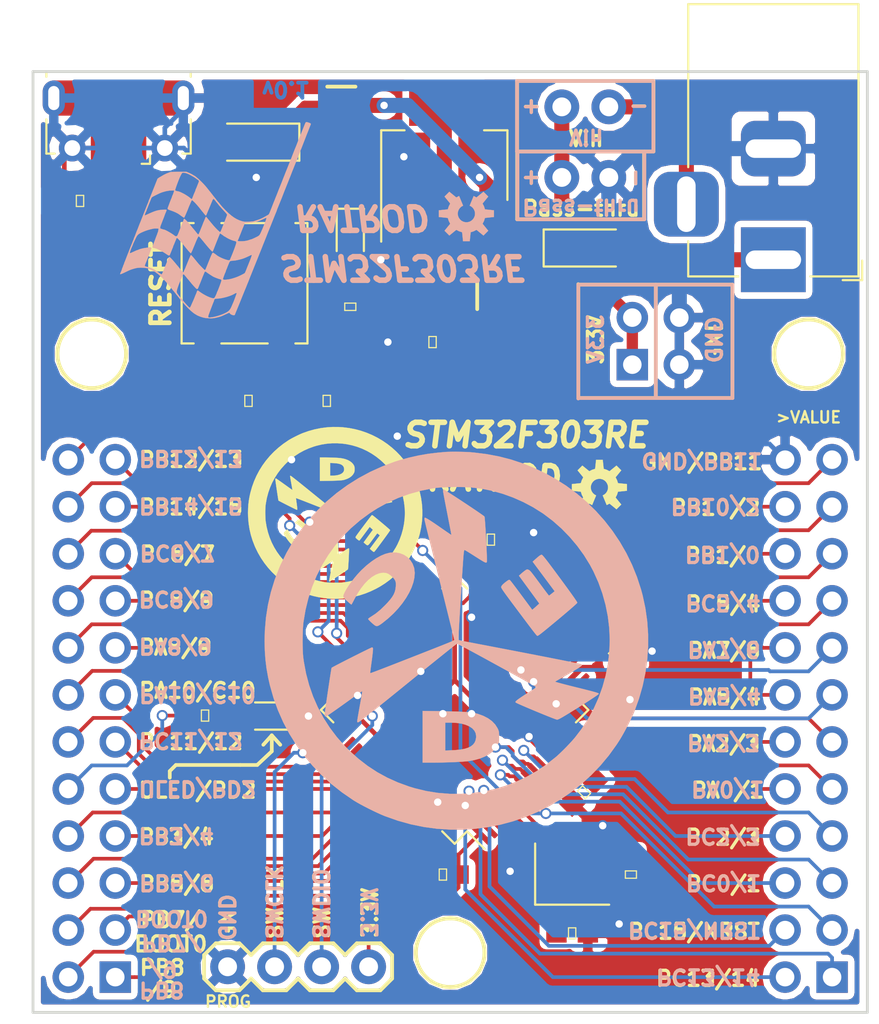
<source format=kicad_pcb>
(kicad_pcb (version 20171130) (host pcbnew "(5.0.2)-1")
  (title_block (title "STM32F303RE Ratrod") (date 2019-01-28) (rev 0.1) (company "Dokter Electronic Concepts") (comment 1 "BEERWARE - If you use it, buy me a beer."))
  (layers (0 F.Cu signal) (31 B.Cu signal hide) (34 B.Paste user) (35 F.Paste user) (36 B.SilkS user hide) (37 F.SilkS user hide) (38 B.Mask user hide) (39 F.Mask user) (44 Edge.Cuts user))
  (net 0 "")
  (net 1 GND)
  (net 2 3.3V)
  (net 3 "Net-(Y1-Pad2)")
  (net 4 "Net-(Y1-Pad4)")
  (net 5 "Net-(C6-Pad1)")
  (net 6 "Net-(C1-Pad1)")
  (net 7 NRST)
  (net 8 "Net-(D1-Pad2)")
  (net 9 Vin)
  (net 10 "Net-(D3-Pad2)")
  (net 11 "Net-(D4-Pad2)")
  (net 12 "Net-(J1-Pad4)")
  (net 13 "Net-(J2-Pad1)")
  (net 14 SWDIO)
  (net 15 SWCLK)
  (net 16 PB11)
  (net 17 PB10)
  (net 18 PB2)
  (net 19 PB1)
  (net 20 PB0)
  (net 21 PC5)
  (net 22 PC4)
  (net 23 PA7)
  (net 24 PA6)
  (net 25 PA5)
  (net 26 PA4)
  (net 27 PA3)
  (net 28 PA2)
  (net 29 PA1)
  (net 30 PA0)
  (net 31 PC3)
  (net 32 PC2)
  (net 33 PC1)
  (net 34 PC0)
  (net 35 PC15)
  (net 36 PC14)
  (net 37 PC13)
  (net 38 PB9)
  (net 39 PB8)
  (net 40 BOOT0)
  (net 41 PB7)
  (net 42 PB6)
  (net 43 PB5)
  (net 44 PB4)
  (net 45 PB3)
  (net 46 PD2)
  (net 47 U_LED)
  (net 48 PC12)
  (net 49 PC11)
  (net 50 PC10)
  (net 51 PA10)
  (net 52 PA9)
  (net 53 PA8)
  (net 54 PC9)
  (net 55 PC8)
  (net 56 PC7)
  (net 57 PC6)
  (net 58 PB15)
  (net 59 PB14)
  (net 60 PB13)
  (net 61 PB12)
  (net 62 PA15)
  (net 63 "Net-(C5-Pad1)")
  (net 64 USB_D-)
  (net 65 USB_D+)
  (module Aesthetics:OSHW-LOGO-S (layer B.Cu) (at 150.4188 83.8708)
    (fp_text reference "" (at 0 0) (layer B.SilkS) (effects (font (size 1.524 1.524)) (justify mirror)))
    (fp_text value "" (at 0 0) (layer B.SilkS) (effects (font (size 1.524 1.524)) (justify mirror)))
  )
  (module Capacitors:0603 (layer F.Cu) (at 156.1338 122.7328)
    (fp_text reference C5 hide)
    (fp_text value 18pF hide)
    (pad 2 smd rect (at 0.84836 0) (size 1.09982 0.99822) (layers F.Cu F.Paste F.Mask) (net 1 GND))
    (pad 1 smd rect (at -0.84836 0) (size 1.09982 0.99822) (layers F.Cu F.Paste F.Mask) (net 63 "Net-(C5-Pad1)"))
  )
  (module Capacitors:0603 (layer F.Cu) (at 159.3088 119.5578 270)
    (fp_text reference C6 hide)
    (fp_text value 18pF hide)
    (pad 2 smd rect (at 0.84836 0 270) (size 1.09982 0.99822) (layers F.Cu F.Paste F.Mask) (net 1 GND))
    (pad 1 smd rect (at -0.84836 0 270) (size 1.09982 0.99822) (layers F.Cu F.Paste F.Mask) (net 5 "Net-(C6-Pad1)"))
  )
  (module Capacitors:0603 (layer F.Cu) (at 140.8938 108.1278 45)
    (fp_text reference C7 hide)
    (fp_text value 0.1uF hide)
    (pad 1 smd rect (at -0.84836 0 45) (size 1.09982 0.99822) (layers F.Cu F.Paste F.Mask) (net 2 3.3V))
    (pad 2 smd rect (at 0.84836 0 45) (size 1.09982 0.99822) (layers F.Cu F.Paste F.Mask) (net 1 GND))
  )
  (module Capacitors:0603 (layer F.Cu) (at 151.7396 101.473)
    (fp_text reference C8 hide)
    (fp_text value 0.1uF hide)
    (pad 1 smd rect (at -0.84836 0) (size 1.09982 0.99822) (layers F.Cu F.Paste F.Mask) (net 2 3.3V))
    (pad 2 smd rect (at 0.84836 0) (size 1.09982 0.99822) (layers F.Cu F.Paste F.Mask) (net 1 GND))
  )
  (module Capacitors:0603 (layer F.Cu) (at 149.1488 119.5578 180)
    (fp_text reference C9 hide)
    (fp_text value 0.1uF hide)
    (pad 1 smd rect (at -0.84836 0 180) (size 1.09982 0.99822) (layers F.Cu F.Paste F.Mask) (net 2 3.3V))
    (pad 2 smd rect (at 0.84836 0 180) (size 1.09982 0.99822) (layers F.Cu F.Paste F.Mask) (net 1 GND))
  )
  (module Capacitors:0603 (layer F.Cu) (at 158.4452 107.5436 315)
    (fp_text reference C10 hide)
    (fp_text value 0.1uF hide)
    (pad 1 smd rect (at -0.84836 0 315) (size 1.09982 0.99822) (layers F.Cu F.Paste F.Mask) (net 2 3.3V))
    (pad 2 smd rect (at 0.84836 0 315) (size 1.09982 0.99822) (layers F.Cu F.Paste F.Mask) (net 1 GND))
  )
  (module Capacitors:0603 (layer F.Cu) (at 156.7688 115.1128 225)
    (fp_text reference C11 hide)
    (fp_text value 2.2uF hide)
    (pad 2 smd rect (at 0.84836 0 225) (size 1.09982 0.99822) (layers F.Cu F.Paste F.Mask) (net 1 GND))
    (pad 1 smd rect (at -0.84836 0 225) (size 1.09982 0.99822) (layers F.Cu F.Paste F.Mask) (net 2 3.3V))
  )
  (module Diode_SMD:D_SOD-123 (layer F.Cu) (at 139.1412 80.01 180)
    (fp_text reference D1 hide)
    (fp_text value D_Schottky hide)
    (pad 1 smd rect (at -1.65 0 180) (size 0.9 1.2) (layers F.Cu F.Paste F.Mask) (net 6 "Net-(C1-Pad1)"))
    (pad 2 smd rect (at 1.65 0 180) (size 0.9 1.2) (layers F.Cu F.Paste F.Mask) (net 8 "Net-(D1-Pad2)"))
  )
  (module Diode_SMD:D_SOD-123 (layer F.Cu) (at 156.845 85.725)
    (fp_text reference D2 hide)
    (fp_text value D_Schottky hide)
    (pad 2 smd rect (at 1.65 0) (size 0.9 1.2) (layers F.Cu F.Paste F.Mask) (net 9 Vin))
    (pad 1 smd rect (at -1.65 0) (size 0.9 1.2) (layers F.Cu F.Paste F.Mask) (net 6 "Net-(C1-Pad1)"))
  )
  (module Diode_SMD:D_0603_1608Metric (layer F.Cu) (at 144.145 85.09 270)
    (fp_text reference D3 hide)
    (fp_text value RED hide)
    (pad 1 smd roundrect (at -0.7875 0 270) (size 0.875 0.95) (layers F.Cu F.Paste F.Mask) (net 1 GND))
    (pad 2 smd roundrect (at 0.7875 0 270) (size 0.875 0.95) (layers F.Cu F.Paste F.Mask) (net 10 "Net-(D3-Pad2)"))
  )
  (module Diode_SMD:D_0603_1608Metric (layer F.Cu) (at 139.8016 110.998 180)
    (fp_text reference D4 hide)
    (fp_text value RED)
    (pad 2 smd roundrect (at 0.7875 0 180) (size 0.875 0.95) (layers F.Cu F.Paste F.Mask) (net 11 "Net-(D4-Pad2)"))
    (pad 1 smd roundrect (at -0.7875 0 180) (size 0.875 0.95) (layers F.Cu F.Paste F.Mask) (net 1 GND))
  )
  (module Connector_USB:USB_Micro-B_Molex-105017-0001 (layer F.Cu) (at 131.6228 78.867 180)
    (fp_text reference J1 hide)
    (fp_text value USB_B_Micro hide)
    (pad 6 smd rect (at 1 1.2375 180) (size 1.5 1.9) (layers F.Cu F.Paste F.Mask) (net 1 GND))
    (pad 6 thru_hole circle (at -2.5 -1.4625 180) (size 1.45 1.45) (drill 0.85) (layers *.Cu *.Mask) (net 1 GND))
    (pad 2 smd rect (at -0.65 -1.4625 180) (size 0.4 1.35) (layers F.Cu F.Paste F.Mask) (net 64 USB_D-))
    (pad 1 smd rect (at -1.3 -1.4625 180) (size 0.4 1.35) (layers F.Cu F.Paste F.Mask) (net 8 "Net-(D1-Pad2)"))
    (pad 5 smd rect (at 1.3 -1.4625 180) (size 0.4 1.35) (layers F.Cu F.Paste F.Mask) (net 1 GND))
    (pad 4 smd rect (at 0.65 -1.4625 180) (size 0.4 1.35) (layers F.Cu F.Paste F.Mask) (net 12 "Net-(J1-Pad4)"))
    (pad 3 smd rect (at 0 -1.4625 180) (size 0.4 1.35) (layers F.Cu F.Paste F.Mask) (net 65 USB_D+))
    (pad 6 thru_hole circle (at 2.5 -1.4625 180) (size 1.45 1.45) (drill 0.85) (layers *.Cu *.Mask) (net 1 GND))
    (pad 6 smd rect (at -1 1.2375 180) (size 1.5 1.9) (layers F.Cu F.Paste F.Mask) (net 1 GND))
    (pad 6 thru_hole oval (at -3.5 1.2375) (size 1.2 1.9) (drill oval 0.6 1.3) (layers *.Cu *.Mask) (net 1 GND))
    (pad 6 thru_hole oval (at 3.5 1.2375 180) (size 1.2 1.9) (drill oval 0.6 1.3) (layers *.Cu *.Mask) (net 1 GND))
    (pad 6 smd rect (at 2.9 1.2375 180) (size 1.2 1.9) (layers F.Cu F.Mask) (net 1 GND))
    (pad 6 smd rect (at -2.9 1.2375 180) (size 1.2 1.9) (layers F.Cu F.Mask) (net 1 GND))
  )
  (module Connectors:1X02_NO_SILK (layer F.Cu) (at 158.115 78.105 180)
    (fp_text reference J2 hide)
    (fp_text value CONN_01X02 hide)
    (pad 1 thru_hole circle (at 0 0 180) (size 1.8796 1.8796) (drill 1.016) (layers *.Cu *.Mask) (net 13 "Net-(J2-Pad1)"))
    (pad 2 thru_hole circle (at 2.54 0 180) (size 1.8796 1.8796) (drill 1.016) (layers *.Cu *.Mask) (net 9 Vin))
  )
  (module Connector_BarrelJack:BarrelJack_Horizontal (layer F.Cu) (at 167.005 86.36 270)
    (fp_text reference J3 hide)
    (fp_text value Barrel_Jack_Switch hide)
    (pad 1 thru_hole rect (at 0 0 270) (size 3.5 3.5) (drill oval 1 3) (layers *.Cu *.Mask) (net 9 Vin))
    (pad 2 thru_hole roundrect (at -6 0 270) (size 3 3.5) (drill oval 1 3) (layers *.Cu *.Mask) (net 1 GND))
    (pad 3 thru_hole roundrect (at -3 4.7 270) (size 3.5 3.5) (drill oval 3 1) (layers *.Cu *.Mask) (net 13 "Net-(J2-Pad1)"))
  )
  (module Connectors:1X04 (layer F.Cu) (at 145.1356 124.5362 180)
    (fp_text reference J4 hide)
    (fp_text value PROG (at 7.5946 -1.8796 180) (layer F.SilkS) (effects (font (size 0.6096 0.6096) (thickness 0.127))))
    (pad 1 thru_hole circle (at 0 0 180) (size 1.8796 1.8796) (drill 1.016) (layers *.Cu *.Mask) (net 2 3.3V))
    (pad 2 thru_hole circle (at 2.54 0 180) (size 1.8796 1.8796) (drill 1.016) (layers *.Cu *.Mask) (net 14 SWDIO))
    (pad 3 thru_hole circle (at 5.08 0 180) (size 1.8796 1.8796) (drill 1.016) (layers *.Cu *.Mask) (net 15 SWCLK))
    (pad 4 thru_hole circle (at 7.62 0 180) (size 1.8796 1.8796) (drill 1.016) (layers *.Cu *.Mask) (net 1 GND))
  )
  (module Connectors:1X02_NO_SILK (layer F.Cu) (at 155.575 81.915)
    (fp_text reference J5 hide)
    (fp_text value "Power Pass-thru" hide)
    (pad 2 thru_hole circle (at 2.54 0) (size 1.8796 1.8796) (drill 1.016) (layers *.Cu *.Mask) (net 1 GND))
    (pad 1 thru_hole circle (at 0 0) (size 1.8796 1.8796) (drill 1.016) (layers *.Cu *.Mask) (net 9 Vin))
  )
  (module Resistors:0603 (layer F.Cu) (at 129.54 83.185 180)
    (fp_text reference R1 hide)
    (fp_text value 100k hide)
    (pad 1 smd rect (at -0.84836 0 180) (size 1.09982 0.99822) (layers F.Cu F.Paste F.Mask) (net 12 "Net-(J1-Pad4)"))
    (pad 2 smd rect (at 0.84836 0 180) (size 1.09982 0.99822) (layers F.Cu F.Paste F.Mask) (net 1 GND))
  )
  (module Resistors:0603 (layer F.Cu) (at 144.145 88.9 90)
    (fp_text reference R2 hide)
    (fp_text value 220 hide)
    (pad 2 smd rect (at 0.84836 0 90) (size 1.09982 0.99822) (layers F.Cu F.Paste F.Mask) (net 10 "Net-(D3-Pad2)"))
    (pad 1 smd rect (at -0.84836 0 90) (size 1.09982 0.99822) (layers F.Cu F.Paste F.Mask) (net 2 3.3V))
  )
  (module Resistors:0603 (layer F.Cu) (at 142.875 93.98 180)
    (fp_text reference R3 hide)
    (fp_text value 10k hide)
    (pad 2 smd rect (at 0.84836 0 180) (size 1.09982 0.99822) (layers F.Cu F.Paste F.Mask) (net 7 NRST))
    (pad 1 smd rect (at -0.84836 0 180) (size 1.09982 0.99822) (layers F.Cu F.Paste F.Mask) (net 2 3.3V))
  )
  (module Resistors:0603 (layer F.Cu) (at 136.2964 110.9726)
    (fp_text reference R4 hide)
    (fp_text value 220 hide)
    (pad 1 smd rect (at -0.84836 0) (size 1.09982 0.99822) (layers F.Cu F.Paste F.Mask) (net 47 U_LED))
    (pad 2 smd rect (at 0.84836 0) (size 1.09982 0.99822) (layers F.Cu F.Paste F.Mask) (net 11 "Net-(D4-Pad2)"))
  )
  (module Pete:SW_SPST_B3SL-1022P (layer F.Cu) (at 138.43 87.63 270)
    (fp_text reference S1 hide)
    (fp_text value Tact_Sw hide)
    (pad 2 smd rect (at -2.88 2 270) (size 2.75 1) (layers F.Cu F.Paste F.Mask) (net 7 NRST))
    (pad 3 smd rect (at 2.88 2 270) (size 2.75 1) (layers F.Cu F.Paste F.Mask) (net 7 NRST))
    (pad 4 smd rect (at 2.88 -2 270) (size 2.75 1) (layers F.Cu F.Paste F.Mask) (net 1 GND))
    (pad 1 smd rect (at -2.88 -2 270) (size 2.75 1) (layers F.Cu F.Paste F.Mask) (net 1 GND))
  )
  (module Crystal:Crystal_SMD_3225-4Pin_3.2x2.5mm (layer F.Cu) (at 156.1338 119.5324)
    (fp_text reference Y1 hide)
    (fp_text value Crystal_32MHz hide)
    (pad 1 smd rect (at -1.1 0.85) (size 1.4 1.2) (layers F.Cu F.Paste F.Mask) (net 63 "Net-(C5-Pad1)"))
    (pad 2 smd rect (at 1.1 0.85) (size 1.4 1.2) (layers F.Cu F.Paste F.Mask) (net 3 "Net-(Y1-Pad2)"))
    (pad 3 smd rect (at 1.1 -0.85) (size 1.4 1.2) (layers F.Cu F.Paste F.Mask) (net 5 "Net-(C6-Pad1)"))
    (pad 4 smd rect (at -1.1 -0.85) (size 1.4 1.2) (layers F.Cu F.Paste F.Mask) (net 4 "Net-(Y1-Pad4)"))
  )
  (module Pete:PinHeader_2x12_P2.54mm_Vertical_NS (layer F.Cu) (at 170.18 125.095 180)
    (fp_text reference J6 hide)
    (fp_text value CONN_02X12 hide)
    (pad 24 thru_hole oval (at 2.54 27.94 180) (size 1.7 1.7) (drill 1) (layers *.Cu *.Mask) (net 1 GND))
    (pad 23 thru_hole oval (at 0 27.94 180) (size 1.7 1.7) (drill 1) (layers *.Cu *.Mask) (net 16 PB11))
    (pad 22 thru_hole oval (at 2.54 25.4 180) (size 1.7 1.7) (drill 1) (layers *.Cu *.Mask) (net 17 PB10))
    (pad 21 thru_hole oval (at 0 25.4 180) (size 1.7 1.7) (drill 1) (layers *.Cu *.Mask) (net 18 PB2))
    (pad 20 thru_hole oval (at 2.54 22.86 180) (size 1.7 1.7) (drill 1) (layers *.Cu *.Mask) (net 19 PB1))
    (pad 19 thru_hole oval (at 0 22.86 180) (size 1.7 1.7) (drill 1) (layers *.Cu *.Mask) (net 20 PB0))
    (pad 18 thru_hole oval (at 2.54 20.32 180) (size 1.7 1.7) (drill 1) (layers *.Cu *.Mask) (net 21 PC5))
    (pad 17 thru_hole oval (at 0 20.32 180) (size 1.7 1.7) (drill 1) (layers *.Cu *.Mask) (net 22 PC4))
    (pad 16 thru_hole oval (at 2.54 17.78 180) (size 1.7 1.7) (drill 1) (layers *.Cu *.Mask) (net 23 PA7))
    (pad 15 thru_hole oval (at 0 17.78 180) (size 1.7 1.7) (drill 1) (layers *.Cu *.Mask) (net 24 PA6))
    (pad 14 thru_hole oval (at 2.54 15.24 180) (size 1.7 1.7) (drill 1) (layers *.Cu *.Mask) (net 25 PA5))
    (pad 13 thru_hole oval (at 0 15.24 180) (size 1.7 1.7) (drill 1) (layers *.Cu *.Mask) (net 26 PA4))
    (pad 12 thru_hole oval (at 2.54 12.7 180) (size 1.7 1.7) (drill 1) (layers *.Cu *.Mask) (net 28 PA2))
    (pad 11 thru_hole oval (at 0 12.7 180) (size 1.7 1.7) (drill 1) (layers *.Cu *.Mask) (net 27 PA3))
    (pad 10 thru_hole oval (at 2.54 10.16 180) (size 1.7 1.7) (drill 1) (layers *.Cu *.Mask) (net 30 PA0))
    (pad 9 thru_hole oval (at 0 10.16 180) (size 1.7 1.7) (drill 1) (layers *.Cu *.Mask) (net 29 PA1))
    (pad 8 thru_hole oval (at 2.54 7.62 180) (size 1.7 1.7) (drill 1) (layers *.Cu *.Mask) (net 32 PC2))
    (pad 7 thru_hole oval (at 0 7.62 180) (size 1.7 1.7) (drill 1) (layers *.Cu *.Mask) (net 31 PC3))
    (pad 6 thru_hole oval (at 2.54 5.08 180) (size 1.7 1.7) (drill 1) (layers *.Cu *.Mask) (net 34 PC0))
    (pad 5 thru_hole oval (at 0 5.08 180) (size 1.7 1.7) (drill 1) (layers *.Cu *.Mask) (net 33 PC1))
    (pad 4 thru_hole oval (at 2.54 2.54 180) (size 1.7 1.7) (drill 1) (layers *.Cu *.Mask) (net 35 PC15))
    (pad 3 thru_hole oval (at 0 2.54 180) (size 1.7 1.7) (drill 1) (layers *.Cu *.Mask) (net 7 NRST))
    (pad 2 thru_hole oval (at 2.54 0 180) (size 1.7 1.7) (drill 1) (layers *.Cu *.Mask) (net 37 PC13))
    (pad 1 thru_hole rect (at 0 0 180) (size 1.7 1.7) (drill 1) (layers *.Cu *.Mask) (net 36 PC14))
  )
  (module Pete:PinHeader_2x12_P2.54mm_Vertical_NS (layer F.Cu) (at 131.445 125.095 180)
    (fp_text reference J7 hide)
    (fp_text value CONN_02X12)
    (pad 1 thru_hole rect (at 0 0 180) (size 1.7 1.7) (drill 1) (layers *.Cu *.Mask) (net 38 PB9))
    (pad 2 thru_hole oval (at 2.54 0 180) (size 1.7 1.7) (drill 1) (layers *.Cu *.Mask) (net 39 PB8))
    (pad 3 thru_hole oval (at 0 2.54 180) (size 1.7 1.7) (drill 1) (layers *.Cu *.Mask) (net 40 BOOT0))
    (pad 4 thru_hole oval (at 2.54 2.54 180) (size 1.7 1.7) (drill 1) (layers *.Cu *.Mask) (net 41 PB7))
    (pad 5 thru_hole oval (at 0 5.08 180) (size 1.7 1.7) (drill 1) (layers *.Cu *.Mask) (net 42 PB6))
    (pad 6 thru_hole oval (at 2.54 5.08 180) (size 1.7 1.7) (drill 1) (layers *.Cu *.Mask) (net 43 PB5))
    (pad 7 thru_hole oval (at 0 7.62 180) (size 1.7 1.7) (drill 1) (layers *.Cu *.Mask) (net 44 PB4))
    (pad 8 thru_hole oval (at 2.54 7.62 180) (size 1.7 1.7) (drill 1) (layers *.Cu *.Mask) (net 45 PB3))
    (pad 9 thru_hole oval (at 0 10.16 180) (size 1.7 1.7) (drill 1) (layers *.Cu *.Mask) (net 46 PD2))
    (pad 10 thru_hole oval (at 2.54 10.16 180) (size 1.7 1.7) (drill 1) (layers *.Cu *.Mask) (net 47 U_LED))
    (pad 11 thru_hole oval (at 0 12.7 180) (size 1.7 1.7) (drill 1) (layers *.Cu *.Mask) (net 48 PC12))
    (pad 12 thru_hole oval (at 2.54 12.7 180) (size 1.7 1.7) (drill 1) (layers *.Cu *.Mask) (net 49 PC11))
    (pad 13 thru_hole oval (at 0 15.24 180) (size 1.7 1.7) (drill 1) (layers *.Cu *.Mask) (net 50 PC10))
    (pad 14 thru_hole oval (at 2.54 15.24 180) (size 1.7 1.7) (drill 1) (layers *.Cu *.Mask) (net 51 PA10))
    (pad 15 thru_hole oval (at 0 17.78 180) (size 1.7 1.7) (drill 1) (layers *.Cu *.Mask) (net 52 PA9))
    (pad 16 thru_hole oval (at 2.54 17.78 180) (size 1.7 1.7) (drill 1) (layers *.Cu *.Mask) (net 53 PA8))
    (pad 17 thru_hole oval (at 0 20.32 180) (size 1.7 1.7) (drill 1) (layers *.Cu *.Mask) (net 54 PC9))
    (pad 18 thru_hole oval (at 2.54 20.32 180) (size 1.7 1.7) (drill 1) (layers *.Cu *.Mask) (net 55 PC8))
    (pad 19 thru_hole oval (at 0 22.86 180) (size 1.7 1.7) (drill 1) (layers *.Cu *.Mask) (net 56 PC7))
    (pad 20 thru_hole oval (at 2.54 22.86 180) (size 1.7 1.7) (drill 1) (layers *.Cu *.Mask) (net 57 PC6))
    (pad 21 thru_hole oval (at 0 25.4 180) (size 1.7 1.7) (drill 1) (layers *.Cu *.Mask) (net 58 PB15))
    (pad 22 thru_hole oval (at 2.54 25.4 180) (size 1.7 1.7) (drill 1) (layers *.Cu *.Mask) (net 59 PB14))
    (pad 23 thru_hole oval (at 0 27.94 180) (size 1.7 1.7) (drill 1) (layers *.Cu *.Mask) (net 60 PB13))
    (pad 24 thru_hole oval (at 2.54 27.94 180) (size 1.7 1.7) (drill 1) (layers *.Cu *.Mask) (net 61 PB12))
  )
  (module Capacitors:EIA3216_2 (layer F.Cu) (at 143.6624 79.4258 90)
    (fp_text reference C1 hide)
    (fp_text value 10uF hide)
    (pad 1 smd rect (at 1.39954 0 180) (size 1.59766 1.39954) (layers F.Cu F.Paste F.Mask) (net 6 "Net-(C1-Pad1)"))
    (pad 2 smd rect (at -1.39954 0 180) (size 1.59766 1.39954) (layers F.Cu F.Paste F.Mask) (net 1 GND))
  )
  (module Pete:PinHeader_2x02_P2.54mm_Vertical_NS (layer F.Cu) (at 159.385 92.0242 90)
    (fp_text reference J8 hide)
    (fp_text value CONN_02X02 hide)
    (pad 1 thru_hole rect (at 0 0 90) (size 1.7 1.7) (drill 1) (layers *.Cu *.Mask) (net 2 3.3V))
    (pad 2 thru_hole oval (at 2.54 0 90) (size 1.7 1.7) (drill 1) (layers *.Cu *.Mask) (net 2 3.3V))
    (pad 3 thru_hole oval (at 0 2.54 90) (size 1.7 1.7) (drill 1) (layers *.Cu *.Mask) (net 1 GND))
    (pad 4 thru_hole oval (at 2.54 2.54 90) (size 1.7 1.7) (drill 1) (layers *.Cu *.Mask) (net 1 GND))
  )
  (module TO_SOT_Packages_SMD:SOT-223-3_TabPin2 (layer F.Cu) (at 149.225 81.28 90)
    (fp_text reference U1 hide)
    (fp_text value AZ1117-3.3 hide)
    (pad 2 smd rect (at 3.15 0 90) (size 2 3.8) (layers F.Cu F.Paste F.Mask) (net 2 3.3V))
    (pad 2 smd rect (at -3.15 0 90) (size 2 1.5) (layers F.Cu F.Paste F.Mask) (net 2 3.3V))
    (pad 3 smd rect (at -3.15 2.3 90) (size 2 1.5) (layers F.Cu F.Paste F.Mask) (net 6 "Net-(C1-Pad1)"))
    (pad 1 smd rect (at -3.15 -2.3 90) (size 2 1.5) (layers F.Cu F.Paste F.Mask) (net 1 GND))
  )
  (module Package_QFP:LQFP-64_10x10mm_P0.5mm (layer F.Cu) (at 149.7838 110.6678 135)
    (fp_text reference U2 hide)
    (fp_text value STM32F303RETx hide)
    (pad 1 smd roundrect (at -5.675 -3.749999 135) (size 1.55 0.3) (layers F.Cu F.Paste F.Mask) (net 2 3.3V))
    (pad 2 smd roundrect (at -5.675 -3.25 135) (size 1.55 0.3) (layers F.Cu F.Paste F.Mask) (net 37 PC13))
    (pad 3 smd roundrect (at -5.675 -2.75 135) (size 1.55 0.3) (layers F.Cu F.Paste F.Mask) (net 36 PC14))
    (pad 4 smd roundrect (at -5.675 -2.25 135) (size 1.55 0.3) (layers F.Cu F.Paste F.Mask) (net 35 PC15))
    (pad 5 smd roundrect (at -5.675 -1.75 135) (size 1.55 0.3) (layers F.Cu F.Paste F.Mask) (net 63 "Net-(C5-Pad1)"))
    (pad 6 smd roundrect (at -5.675 -1.249999 135) (size 1.55 0.3) (layers F.Cu F.Paste F.Mask) (net 5 "Net-(C6-Pad1)"))
    (pad 7 smd roundrect (at -5.675 -0.75 135) (size 1.55 0.3) (layers F.Cu F.Paste F.Mask) (net 7 NRST))
    (pad 8 smd roundrect (at -5.675 -0.25 135) (size 1.55 0.3) (layers F.Cu F.Paste F.Mask) (net 34 PC0))
    (pad 9 smd roundrect (at -5.675 0.25 135) (size 1.55 0.3) (layers F.Cu F.Paste F.Mask) (net 33 PC1))
    (pad 10 smd roundrect (at -5.675 0.75 135) (size 1.55 0.3) (layers F.Cu F.Paste F.Mask) (net 32 PC2))
    (pad 11 smd roundrect (at -5.675 1.249999 135) (size 1.55 0.3) (layers F.Cu F.Paste F.Mask) (net 31 PC3))
    (pad 12 smd roundrect (at -5.675 1.75 135) (size 1.55 0.3) (layers F.Cu F.Paste F.Mask) (net 1 GND))
    (pad 13 smd roundrect (at -5.675 2.25 135) (size 1.55 0.3) (layers F.Cu F.Paste F.Mask) (net 2 3.3V))
    (pad 14 smd roundrect (at -5.675 2.75 135) (size 1.55 0.3) (layers F.Cu F.Paste F.Mask) (net 30 PA0))
    (pad 15 smd roundrect (at -5.675 3.25 135) (size 1.55 0.3) (layers F.Cu F.Paste F.Mask) (net 29 PA1))
    (pad 16 smd roundrect (at -5.675 3.749999 135) (size 1.55 0.3) (layers F.Cu F.Paste F.Mask) (net 28 PA2))
    (pad 17 smd roundrect (at -3.749999 5.675 135) (size 0.3 1.55) (layers F.Cu F.Paste F.Mask) (net 27 PA3))
    (pad 18 smd roundrect (at -3.25 5.675 135) (size 0.3 1.55) (layers F.Cu F.Paste F.Mask) (net 1 GND))
    (pad 19 smd roundrect (at -2.75 5.675 135) (size 0.3 1.55) (layers F.Cu F.Paste F.Mask) (net 2 3.3V))
    (pad 20 smd roundrect (at -2.25 5.675 135) (size 0.3 1.55) (layers F.Cu F.Paste F.Mask) (net 26 PA4))
    (pad 21 smd roundrect (at -1.75 5.675 135) (size 0.3 1.55) (layers F.Cu F.Paste F.Mask) (net 25 PA5))
    (pad 22 smd roundrect (at -1.249999 5.675 135) (size 0.3 1.55) (layers F.Cu F.Paste F.Mask) (net 24 PA6))
    (pad 23 smd roundrect (at -0.75 5.675 135) (size 0.3 1.55) (layers F.Cu F.Paste F.Mask) (net 23 PA7))
    (pad 24 smd roundrect (at -0.25 5.675 135) (size 0.3 1.55) (layers F.Cu F.Paste F.Mask) (net 22 PC4))
    (pad 25 smd roundrect (at 0.25 5.675 135) (size 0.3 1.55) (layers F.Cu F.Paste F.Mask) (net 21 PC5))
    (pad 26 smd roundrect (at 0.75 5.675 135) (size 0.3 1.55) (layers F.Cu F.Paste F.Mask) (net 20 PB0))
    (pad 27 smd roundrect (at 1.249999 5.675 135) (size 0.3 1.55) (layers F.Cu F.Paste F.Mask) (net 19 PB1))
    (pad 28 smd roundrect (at 1.75 5.675 135) (size 0.3 1.55) (layers F.Cu F.Paste F.Mask) (net 18 PB2))
    (pad 29 smd roundrect (at 2.25 5.675 135) (size 0.3 1.55) (layers F.Cu F.Paste F.Mask) (net 17 PB10))
    (pad 30 smd roundrect (at 2.75 5.675 135) (size 0.3 1.55) (layers F.Cu F.Paste F.Mask) (net 16 PB11))
    (pad 31 smd roundrect (at 3.25 5.675 135) (size 0.3 1.55) (layers F.Cu F.Paste F.Mask) (net 1 GND))
    (pad 32 smd roundrect (at 3.749999 5.675 135) (size 0.3 1.55) (layers F.Cu F.Paste F.Mask) (net 2 3.3V))
    (pad 33 smd roundrect (at 5.675 3.749999 135) (size 1.55 0.3) (layers F.Cu F.Paste F.Mask) (net 61 PB12))
    (pad 34 smd roundrect (at 5.675 3.25 135) (size 1.55 0.3) (layers F.Cu F.Paste F.Mask) (net 60 PB13))
    (pad 35 smd roundrect (at 5.675 2.75 135) (size 1.55 0.3) (layers F.Cu F.Paste F.Mask) (net 59 PB14))
    (pad 36 smd roundrect (at 5.675 2.25 135) (size 1.55 0.3) (layers F.Cu F.Paste F.Mask) (net 58 PB15))
    (pad 37 smd roundrect (at 5.675 1.75 135) (size 1.55 0.3) (layers F.Cu F.Paste F.Mask) (net 57 PC6))
    (pad 38 smd roundrect (at 5.675 1.249999 135) (size 1.55 0.3) (layers F.Cu F.Paste F.Mask) (net 56 PC7))
    (pad 39 smd roundrect (at 5.675 0.75 135) (size 1.55 0.3) (layers F.Cu F.Paste F.Mask) (net 55 PC8))
    (pad 40 smd roundrect (at 5.675 0.25 135) (size 1.55 0.3) (layers F.Cu F.Paste F.Mask) (net 54 PC9))
    (pad 41 smd roundrect (at 5.675 -0.25 135) (size 1.55 0.3) (layers F.Cu F.Paste F.Mask) (net 53 PA8))
    (pad 42 smd roundrect (at 5.675 -0.75 135) (size 1.55 0.3) (layers F.Cu F.Paste F.Mask) (net 52 PA9))
    (pad 43 smd roundrect (at 5.675 -1.249999 135) (size 1.55 0.3) (layers F.Cu F.Paste F.Mask) (net 51 PA10))
    (pad 44 smd roundrect (at 5.675 -1.75 135) (size 1.55 0.3) (layers F.Cu F.Paste F.Mask) (net 64 USB_D-))
    (pad 45 smd roundrect (at 5.675 -2.25 135) (size 1.55 0.3) (layers F.Cu F.Paste F.Mask) (net 65 USB_D+))
    (pad 46 smd roundrect (at 5.675 -2.75 135) (size 1.55 0.3) (layers F.Cu F.Paste F.Mask) (net 14 SWDIO))
    (pad 47 smd roundrect (at 5.675 -3.25 135) (size 1.55 0.3) (layers F.Cu F.Paste F.Mask) (net 1 GND))
    (pad 48 smd roundrect (at 5.675 -3.749999 135) (size 1.55 0.3) (layers F.Cu F.Paste F.Mask) (net 2 3.3V))
    (pad 49 smd roundrect (at 3.749999 -5.675 135) (size 0.3 1.55) (layers F.Cu F.Paste F.Mask) (net 15 SWCLK))
    (pad 50 smd roundrect (at 3.25 -5.675 135) (size 0.3 1.55) (layers F.Cu F.Paste F.Mask) (net 62 PA15))
    (pad 51 smd roundrect (at 2.75 -5.675 135) (size 0.3 1.55) (layers F.Cu F.Paste F.Mask) (net 50 PC10))
    (pad 52 smd roundrect (at 2.25 -5.675 135) (size 0.3 1.55) (layers F.Cu F.Paste F.Mask) (net 49 PC11))
    (pad 53 smd roundrect (at 1.75 -5.675 135) (size 0.3 1.55) (layers F.Cu F.Paste F.Mask) (net 48 PC12))
    (pad 54 smd roundrect (at 1.249999 -5.675 135) (size 0.3 1.55) (layers F.Cu F.Paste F.Mask) (net 46 PD2))
    (pad 55 smd roundrect (at 0.75 -5.675 135) (size 0.3 1.55) (layers F.Cu F.Paste F.Mask) (net 45 PB3))
    (pad 56 smd roundrect (at 0.25 -5.675 135) (size 0.3 1.55) (layers F.Cu F.Paste F.Mask) (net 44 PB4))
    (pad 57 smd roundrect (at -0.25 -5.675 135) (size 0.3 1.55) (layers F.Cu F.Paste F.Mask) (net 43 PB5))
    (pad 58 smd roundrect (at -0.75 -5.675 135) (size 0.3 1.55) (layers F.Cu F.Paste F.Mask) (net 42 PB6))
    (pad 59 smd roundrect (at -1.249999 -5.675 135) (size 0.3 1.55) (layers F.Cu F.Paste F.Mask) (net 41 PB7))
    (pad 60 smd roundrect (at -1.75 -5.675 135) (size 0.3 1.55) (layers F.Cu F.Paste F.Mask) (net 40 BOOT0))
    (pad 61 smd roundrect (at -2.25 -5.675 135) (size 0.3 1.55) (layers F.Cu F.Paste F.Mask) (net 39 PB8))
    (pad 62 smd roundrect (at -2.75 -5.675 135) (size 0.3 1.55) (layers F.Cu F.Paste F.Mask) (net 38 PB9))
    (pad 63 smd roundrect (at -3.25 -5.675 135) (size 0.3 1.55) (layers F.Cu F.Paste F.Mask) (net 1 GND))
    (pad 64 smd roundrect (at -3.749999 -5.675 135) (size 0.3 1.55) (layers F.Cu F.Paste F.Mask) (net 2 3.3V))
  )
  (module Capacitors:EIA3216_2 (layer F.Cu) (at 148.59 88.265)
    (fp_text reference C2 hide)
    (fp_text value 10uF hide)
    (pad 1 smd rect (at 1.39954 0 90) (size 1.59766 1.39954) (layers F.Cu F.Paste F.Mask) (net 2 3.3V))
    (pad 2 smd rect (at -1.39954 0 90) (size 1.59766 1.39954) (layers F.Cu F.Paste F.Mask) (net 1 GND))
  )
  (module Capacitors:0603 (layer F.Cu) (at 148.59 90.805 180)
    (fp_text reference C3 hide)
    (fp_text value 0.1uF hide)
    (pad 2 smd rect (at 0.84836 0 180) (size 1.09982 0.99822) (layers F.Cu F.Paste F.Mask) (net 1 GND))
    (pad 1 smd rect (at -0.84836 0 180) (size 1.09982 0.99822) (layers F.Cu F.Paste F.Mask) (net 2 3.3V))
  )
  (module Capacitors:0603 (layer F.Cu) (at 138.64336 93.98)
    (fp_text reference C4 hide)
    (fp_text value 0.1uF hide)
    (pad 1 smd rect (at -0.84836 0) (size 1.09982 0.99822) (layers F.Cu F.Paste F.Mask) (net 7 NRST))
    (pad 2 smd rect (at 0.84836 0) (size 1.09982 0.99822) (layers F.Cu F.Paste F.Mask) (net 1 GND))
  )
  (module Hardware:STAND-OFF (layer F.Cu) (at 149.5425 123.7742)
    (fp_text reference >NAME hide)
    (fp_text value >VALUE hide)
    (pad "" np_thru_hole circle (at 0 0) (size 3.302 3.302) (drill 3.302) (layers *.Cu *.Mask))
  )
  (module Hardware:STAND-OFF (layer F.Cu) (at 130.175 91.44)
    (fp_text reference >NAME hide)
    (fp_text value >VALUE hide)
    (pad "" np_thru_hole circle (at 0 0) (size 3.302 3.302) (drill 3.302) (layers *.Cu *.Mask))
  )
  (module Hardware:STAND-OFF (layer F.Cu) (at 168.91 91.44)
    (fp_text reference >NAME hide)
    (fp_text value >VALUE (at 0 3.429) (layer F.SilkS) (effects (font (size 0.6096 0.6096) (thickness 0.127))))
    (pad "" np_thru_hole circle (at 0 0) (size 3.302 3.302) (drill 3.302) (layers *.Cu *.Mask))
  )
  (module Aesthetics:OSHW-LOGO-S (layer F.Cu) (at 157.607 98.6536)
    (fp_text reference "" (at 0 0) (layer F.SilkS) (effects (font (size 1.524 1.524))))
    (fp_text value "" (at 0 0) (layer F.SilkS) (effects (font (size 1.524 1.524))))
  )
  (module Pete:DEC_23mm (layer B.Cu) (at 149.8854 108.0516)
    (fp_text reference G*** hide)
    (fp_text value LOGO hide)
  )
  (module Pete:DEC_10mm (layer F.Cu) (at 143.3322 99.5172)
    (fp_text reference G*** hide)
    (fp_text value LOGO hide)
  )
  (module Pete:Checkered_Flag (layer B.Cu) (at 136.8552 84.2264)
    (fp_text reference G*** hide)
    (fp_text value LOGO hide)
  )
  (gr_text RATROD (at 144.7292 84.074 180) (layer B.SilkS) (effects (font (size 1.27 1.27) (thickness 0.3) italic) (justify mirror)))
  (gr_text STM32F303RE (at 146.9136 86.7664 180) (layer B.SilkS) (effects (font (size 1.27 1.27) (thickness 0.3) italic) (justify mirror)))
  (gr_line (start 160.655 93.8276) (end 160.655 87.7316) (layer B.SilkS) (width 0.2))
  (gr_line (start 156.464 93.853) (end 156.464 87.7062) (layer B.SilkS) (width 0.2))
  (gr_line (start 164.7952 87.7062) (end 164.7952 93.8276) (layer B.SilkS) (width 0.2))
  (gr_line (start 164.7952 93.8276) (end 156.464 93.8276) (layer B.SilkS) (width 0.2))
  (gr_line (start 156.464 87.7062) (end 164.7952 87.7062) (layer B.SilkS) (width 0.2))
  (gr_text 3.3V (at 157.4038 90.6526 90) (layer B.SilkS) (effects (font (size 0.8128 0.8128) (thickness 0.1778)) (justify mirror)))
  (gr_text GND (at 163.83 90.678 90) (layer B.SilkS) (effects (font (size 0.8128 0.8128) (thickness 0.1778)) (justify mirror)))
  (gr_line (start 160.520548 76.707737) (end 160.520548 80.517737) (layer B.SilkS) (width 0.2))
  (gr_line (start 160.520548 80.517737) (end 153.154548 80.517737) (layer B.SilkS) (width 0.2))
  (gr_line (start 153.154548 80.517737) (end 153.154548 76.707737) (layer B.SilkS) (width 0.2))
  (gr_text Vin (at 156.8958 79.7306 180) (layer B.SilkS) (effects (font (size 0.8128 0.8128) (thickness 0.1778)) (justify mirror)))
  (gr_text + (at 153.924 81.8642) (layer B.SilkS) (effects (font (size 0.8128 0.8128) (thickness 0.1778)) (justify mirror)))
  (gr_text + (at 153.924 78.1558 180) (layer B.SilkS) (effects (font (size 0.8128 0.8128) (thickness 0.1778)) (justify mirror)))
  (gr_text - (at 159.7406 78.1304 180) (layer B.SilkS) (effects (font (size 0.8128 0.8128) (thickness 0.1778)) (justify mirror)))
  (gr_text Pass-thru (at 156.6164 83.5152 180) (layer B.SilkS) (effects (font (size 0.8128 0.8128) (thickness 0.1778)) (justify mirror)))
  (gr_text - (at 159.512 81.9404 90) (layer B.SilkS) (effects (font (size 0.8128 0.8128) (thickness 0.1778)) (justify mirror)))
  (gr_line (start 153.154548 76.707737) (end 160.520548 76.707737) (layer B.SilkS) (width 0.2))
  (gr_line (start 160.037948 80.517737) (end 160.037948 84.175337) (layer B.SilkS) (width 0.2))
  (gr_line (start 160.037948 84.175337) (end 153.179948 84.175337) (layer B.SilkS) (width 0.2))
  (gr_line (start 153.179948 84.175337) (end 153.179948 80.543137) (layer B.SilkS) (width 0.2))
  (gr_text GND/PB11 (at 163.1442 97.2058 180) (layer B.SilkS) (effects (font (size 0.8128 0.8128) (thickness 0.1778)) (justify mirror)))
  (gr_text PB10/2 (at 163.8808 99.6696 180) (layer B.SilkS) (effects (font (size 0.8128 0.8128) (thickness 0.1778)) (justify mirror)))
  (gr_text PB1/0 (at 164.2618 102.2604 180) (layer B.SilkS) (effects (font (size 0.8128 0.8128) (thickness 0.1778)) (justify mirror)))
  (gr_text PC5/4 (at 164.2872 104.8766 180) (layer B.SilkS) (effects (font (size 0.8128 0.8128) (thickness 0.1778)) (justify mirror)))
  (gr_text PA7/6 (at 164.338 107.3912 180) (layer B.SilkS) (effects (font (size 0.8128 0.8128) (thickness 0.1778)) (justify mirror)))
  (gr_text PA5/4 (at 164.3634 109.9058 180) (layer B.SilkS) (effects (font (size 0.8128 0.8128) (thickness 0.1778)) (justify mirror)))
  (gr_text PA2/3 (at 164.3126 112.4204 180) (layer B.SilkS) (effects (font (size 0.8128 0.8128) (thickness 0.1778)) (justify mirror)))
  (gr_text PA0/1 (at 164.5412 114.935 180) (layer B.SilkS) (effects (font (size 0.8128 0.8128) (thickness 0.1778)) (justify mirror)))
  (gr_text PC2/3 (at 164.2872 117.475 180) (layer B.SilkS) (effects (font (size 0.8128 0.8128) (thickness 0.1778)) (justify mirror)))
  (gr_text PC0/1 (at 164.3126 119.9896 180) (layer B.SilkS) (effects (font (size 0.8128 0.8128) (thickness 0.1778)) (justify mirror)))
  (gr_text PC15/NRST (at 162.7124 122.555 180) (layer B.SilkS) (effects (font (size 0.8128 0.8128) (thickness 0.1778)) (justify mirror)))
  (gr_text PC13/14 (at 163.4998 125.0696 180) (layer B.SilkS) (effects (font (size 0.8128 0.8128) (thickness 0.1778)) (justify mirror)))
  (gr_text PB12/13 (at 135.5344 97.0788 180) (layer B.SilkS) (effects (font (size 0.8128 0.8128) (thickness 0.1778)) (justify mirror)))
  (gr_text PB14/15 (at 135.5344 99.6442 180) (layer B.SilkS) (effects (font (size 0.8128 0.8128) (thickness 0.1778)) (justify mirror)))
  (gr_text PC6/7 (at 134.7978 102.1842 180) (layer B.SilkS) (effects (font (size 0.8128 0.8128) (thickness 0.1778)) (justify mirror)))
  (gr_text PC8/9 (at 134.747 104.6734 180) (layer B.SilkS) (effects (font (size 0.8128 0.8128) (thickness 0.1778)) (justify mirror)))
  (gr_text PA8/9 (at 134.6962 107.2134 180) (layer B.SilkS) (effects (font (size 0.8128 0.8128) (thickness 0.1778)) (justify mirror)))
  (gr_text PA10/C10 (at 135.89 109.8296 180) (layer B.SilkS) (effects (font (size 0.8128 0.8128) (thickness 0.1778)) (justify mirror)))
  (gr_text PC11/12 (at 135.5344 112.3188 180) (layer B.SilkS) (effects (font (size 0.8128 0.8128) (thickness 0.1778)) (justify mirror)))
  (gr_text ULED/PD2 (at 135.89 114.9096 180) (layer B.SilkS) (effects (font (size 0.8128 0.8128) (thickness 0.1778)) (justify mirror)))
  (gr_text PB3/4 (at 134.747 117.4496 180) (layer B.SilkS) (effects (font (size 0.8128 0.8128) (thickness 0.1778)) (justify mirror)))
  (gr_text PB5/6 (at 134.7724 119.9896 180) (layer B.SilkS) (effects (font (size 0.8128 0.8128) (thickness 0.1778)) (justify mirror)))
  (gr_text "PB7/\nBOOT0" (at 134.493 122.5804 180) (layer B.SilkS) (effects (font (size 0.8128 0.8128) (thickness 0.1778)) (justify mirror)))
  (gr_text /9 (at 133.9596 124.6632 180) (layer B.SilkS) (effects (font (size 0.8128 0.8128) (thickness 0.1778)) (justify mirror)))
  (gr_text PB8 (at 133.9596 125.7808 180) (layer B.SilkS) (effects (font (size 0.8128 0.8128) (thickness 0.1778)) (justify mirror)))
  (gr_text 3.3V (at 145.1356 121.6152 270) (layer B.SilkS) (effects (font (size 0.8128 0.8128) (thickness 0.1778)) (justify mirror)))
  (gr_text SWDIO (at 142.5448 121.1326 270) (layer B.SilkS) (effects (font (size 0.8128 0.8128) (thickness 0.1778)) (justify mirror)))
  (gr_text SWCLK (at 140.0048 121.031 270) (layer B.SilkS) (effects (font (size 0.8128 0.8128) (thickness 0.1778)) (justify mirror)))
  (gr_text GND (at 137.4648 121.8692 270) (layer B.SilkS) (effects (font (size 0.8128 0.8128) (thickness 0.1778)) (justify mirror)))
  (gr_text v0.1 (at 140.6652 77.1652 180) (layer B.Cu) (effects (font (size 0.8128 0.8128) (thickness 0.2032)) (justify mirror)))
  (gr_text RATROD (at 151.892 98.171) (layer F.SilkS) (effects (font (size 1.27 1.27) (thickness 0.3) italic)))
  (gr_text STM32F303RE (at 153.6192 95.8342) (layer F.SilkS) (effects (font (size 1.27 1.27) (thickness 0.3) italic)))
  (gr_text - (at 159.512 81.9404 90) (layer F.SilkS) (effects (font (size 0.8128 0.8128) (thickness 0.1778))))
  (gr_text + (at 153.924 81.8642) (layer F.SilkS) (effects (font (size 0.8128 0.8128) (thickness 0.1778))))
  (gr_line (start 160.02 84.1756) (end 160.02 80.5434) (layer F.SilkS) (width 0.2))
  (gr_line (start 153.162 84.1756) (end 160.02 84.1756) (layer F.SilkS) (width 0.2))
  (gr_line (start 153.162 80.518) (end 153.162 84.1756) (layer F.SilkS) (width 0.2))
  (gr_text Pass-thru (at 156.6164 83.5914) (layer F.SilkS) (effects (font (size 0.8128 0.8128) (thickness 0.1778))))
  (gr_line (start 160.528 76.708) (end 153.162 76.708) (layer F.SilkS) (width 0.2))
  (gr_line (start 160.528 80.518) (end 160.528 76.708) (layer F.SilkS) (width 0.2))
  (gr_line (start 153.162 80.518) (end 160.528 80.518) (layer F.SilkS) (width 0.2))
  (gr_line (start 153.162 76.708) (end 153.162 80.518) (layer F.SilkS) (width 0.2))
  (gr_text - (at 159.7406 78.0034) (layer F.SilkS) (effects (font (size 0.8128 0.8128) (thickness 0.1778))))
  (gr_text + (at 153.924 78.0288) (layer F.SilkS) (effects (font (size 0.8128 0.8128) (thickness 0.1778))))
  (gr_text Vin (at 156.8958 79.8322) (layer F.SilkS) (effects (font (size 0.8128 0.8128) (thickness 0.1778))))
  (gr_line (start 160.655 87.7062) (end 160.655 93.8022) (layer F.SilkS) (width 0.2))
  (gr_line (start 164.7952 87.7062) (end 156.464 87.7062) (layer F.SilkS) (width 0.2))
  (gr_line (start 164.7952 93.8276) (end 164.7952 87.7062) (layer F.SilkS) (width 0.2))
  (gr_line (start 156.464 93.8276) (end 164.7952 93.8276) (layer F.SilkS) (width 0.2))
  (gr_line (start 156.464 87.6808) (end 156.464 93.8276) (layer F.SilkS) (width 0.2))
  (gr_text GND (at 163.83 90.678 90) (layer F.SilkS) (effects (font (size 0.8128 0.8128) (thickness 0.1778))))
  (gr_text 3.3V (at 157.4038 90.678 90) (layer F.SilkS) (effects (font (size 0.8128 0.8128) (thickness 0.1778))))
  (gr_line (start 139.9032 112.0394) (end 140.3604 112.5474) (layer F.SilkS) (width 0.2))
  (gr_line (start 139.9032 112.0394) (end 139.446 112.5474) (layer F.SilkS) (width 0.2))
  (gr_line (start 139.9032 112.903) (end 139.9032 112.0394) (layer F.SilkS) (width 0.2))
  (gr_line (start 139.1158 113.6396) (end 139.9032 112.903) (layer F.SilkS) (width 0.2))
  (gr_line (start 138.2014 113.6396) (end 139.1158 113.6396) (layer F.SilkS) (width 0.2))
  (gr_line (start 134.7216 113.6396) (end 138.2014 113.6396) (layer F.SilkS) (width 0.2))
  (gr_line (start 134.3914 113.9698) (end 134.7216 113.6396) (layer F.SilkS) (width 0.2))
  (gr_line (start 134.3914 114.3254) (end 134.3914 113.9698) (layer F.SilkS) (width 0.2))
  (gr_text RESET (at 133.9088 87.7062 90) (layer F.SilkS) (effects (font (size 1.016 1.016) (thickness 0.254))))
  (gr_text PC13/14 (at 163.4744 125.1712) (layer F.SilkS) (effects (font (size 0.8128 0.8128) (thickness 0.1778))))
  (gr_text PC15/NRST (at 162.7124 122.6312) (layer F.SilkS) (effects (font (size 0.8128 0.8128) (thickness 0.1778))))
  (gr_text PC0/1 (at 164.3126 120.0658) (layer F.SilkS) (effects (font (size 0.8128 0.8128) (thickness 0.1778))))
  (gr_text PC2/3 (at 164.2872 117.5512) (layer F.SilkS) (effects (font (size 0.8128 0.8128) (thickness 0.1778))))
  (gr_text PA0/1 (at 164.5412 115.0112) (layer F.SilkS) (effects (font (size 0.8128 0.8128) (thickness 0.1778))))
  (gr_text PA2/3 (at 164.3126 112.4966) (layer F.SilkS) (effects (font (size 0.8128 0.8128) (thickness 0.1778))))
  (gr_text PA5/4 (at 164.3634 109.982) (layer F.SilkS) (effects (font (size 0.8128 0.8128) (thickness 0.1778))))
  (gr_text PA7/6 (at 164.338 107.4674) (layer F.SilkS) (effects (font (size 0.8128 0.8128) (thickness 0.1778))))
  (gr_text PC5/4 (at 164.2872 104.9528) (layer F.SilkS) (effects (font (size 0.8128 0.8128) (thickness 0.1778))))
  (gr_text PB1/0 (at 164.2618 102.3366) (layer F.SilkS) (effects (font (size 0.8128 0.8128) (thickness 0.1778))))
  (gr_text PB10/2 (at 163.8808 99.7458) (layer F.SilkS) (effects (font (size 0.8128 0.8128) (thickness 0.1778))))
  (gr_text GND/PB11 (at 163.1442 97.282) (layer F.SilkS) (effects (font (size 0.8128 0.8128) (thickness 0.1778))))
  (gr_text GND (at 137.541 121.8692 90) (layer F.SilkS) (effects (font (size 0.8128 0.8128) (thickness 0.1778))))
  (gr_text SWCLK (at 140.081 121.031 90) (layer F.SilkS) (effects (font (size 0.8128 0.8128) (thickness 0.1778))))
  (gr_text SWDIO (at 142.621 121.1326 90) (layer F.SilkS) (effects (font (size 0.8128 0.8128) (thickness 0.1778))))
  (gr_text 3.3V (at 145.2118 121.6152 90) (layer F.SilkS) (effects (font (size 0.8128 0.8128) (thickness 0.1778))))
  (gr_text /9 (at 133.9342 125.7808) (layer F.SilkS) (effects (font (size 0.8128 0.8128) (thickness 0.1778))))
  (gr_text PB8 (at 133.985 124.587) (layer F.SilkS) (effects (font (size 0.8128 0.8128) (thickness 0.1778))))
  (gr_text "PB7/\nBOOT0" (at 134.4422 122.6566) (layer F.SilkS) (effects (font (size 0.8128 0.8128) (thickness 0.1778))))
  (gr_text PB5/6 (at 134.7724 120.0658) (layer F.SilkS) (effects (font (size 0.8128 0.8128) (thickness 0.1778))))
  (gr_text PB3/4 (at 134.747 117.5258) (layer F.SilkS) (effects (font (size 0.8128 0.8128) (thickness 0.1778))))
  (gr_text ULED/PD2 (at 135.89 115.0112) (layer F.SilkS) (effects (font (size 0.8128 0.8128) (thickness 0.1778))))
  (gr_text PA8/9 (at 134.6962 107.2896) (layer F.SilkS) (effects (font (size 0.8128 0.8128) (thickness 0.1778))))
  (gr_text PC8/9 (at 134.747 104.7496) (layer F.SilkS) (effects (font (size 0.8128 0.8128) (thickness 0.1778))))
  (gr_text PC6/7 (at 134.7978 102.2604) (layer F.SilkS) (effects (font (size 0.8128 0.8128) (thickness 0.1778))))
  (gr_text PB14/15 (at 135.5344 99.7204) (layer F.SilkS) (effects (font (size 0.8128 0.8128) (thickness 0.1778))))
  (gr_text PB12/13 (at 135.5344 97.155) (layer F.SilkS) (effects (font (size 0.8128 0.8128) (thickness 0.1778))))
  (gr_text PA10/C10 (at 135.89 109.6264) (layer F.SilkS) (effects (font (size 0.8128 0.8128) (thickness 0.1778))))
  (gr_text PC11/12 (at 135.5344 112.395) (layer F.SilkS) (effects (font (size 0.8128 0.8128) (thickness 0.1778))))
  (gr_line (start 127 127) (end 172.085 127) (layer Edge.Cuts) (width 0.15))
  (gr_line (start 127 76.2) (end 172.085 76.2) (layer Edge.Cuts) (width 0.15))
  (gr_line (start 127 76.2) (end 127 127) (layer Edge.Cuts) (width 0.15))
  (gr_line (start 172.085 127) (end 172.085 76.2) (layer Edge.Cuts) (width 0.15))
  (segment (start 159.67 80.36) (end 158.115 81.915) (width 0.8128) (layer B.Cu) (net 1))
  (segment (start 167.005 80.36) (end 159.67 80.36) (width 0.8128) (layer B.Cu) (net 1))
  (segment (start 130.3228 80.3295) (end 129.1228 80.3295) (width 0.25) (layer F.Cu) (net 1))
  (segment (start 128.69164 80.76066) (end 129.1228 80.3295) (width 0.25) (layer F.Cu) (net 1))
  (segment (start 128.69164 83.185) (end 128.69164 80.76066) (width 0.25) (layer F.Cu) (net 1))
  (segment (start 128.7228 77.6295) (end 130.6228 77.6295) (width 0.25) (layer F.Cu) (net 1))
  (segment (start 130.6228 77.6295) (end 132.6228 77.6295) (width 0.25) (layer F.Cu) (net 1))
  (segment (start 132.6228 77.6295) (end 134.5228 77.6295) (width 0.25) (layer F.Cu) (net 1))
  (segment (start 134.1228 80.3295) (end 129.1228 80.3295) (width 0.25) (layer B.Cu) (net 1))
  (segment (start 135.1228 78.2372) (end 135.1228 77.6295) (width 0.25) (layer B.Cu) (net 1))
  (segment (start 134.1228 80.3295) (end 134.1228 79.2372) (width 0.25) (layer B.Cu) (net 1))
  (segment (start 134.1228 79.2372) (end 135.1228 78.2372) (width 0.25) (layer B.Cu) (net 1))
  (segment (start 135.148104 80.3295) (end 136.733604 81.915) (width 0.25) (layer B.Cu) (net 1))
  (segment (start 134.1228 80.3295) (end 135.148104 80.3295) (width 0.25) (layer B.Cu) (net 1))
  (segment (start 136.733604 81.915) (end 139.065 81.915) (width 0.25) (layer B.Cu) (net 1))
  (via (at 139.065 81.915) (size 0.6) (drill 0.4) (layers F.Cu B.Cu) (net 1))
  (segment (start 140.43 84.75) (end 140.43 90.51) (width 0.25) (layer F.Cu) (net 1))
  (segment (start 139.49172 93.98) (end 139.49172 92.91828) (width 0.25) (layer F.Cu) (net 1))
  (segment (start 139.49172 92.91828) (end 139.7 92.71) (width 0.25) (layer F.Cu) (net 1))
  (segment (start 140.43 92.135) (end 140.4366 92.1416) (width 0.25) (layer F.Cu) (net 1))
  (segment (start 140.43 90.51) (end 140.43 92.135) (width 0.25) (layer F.Cu) (net 1))
  (segment (start 140.4366 92.1416) (end 140.4366 92.3544) (width 0.25) (layer F.Cu) (net 1))
  (segment (start 140.081 92.71) (end 139.7 92.71) (width 0.25) (layer F.Cu) (net 1))
  (segment (start 140.4366 92.3544) (end 140.081 92.71) (width 0.25) (layer F.Cu) (net 1))
  (segment (start 143.6624 80.82534) (end 145.86966 80.82534) (width 0.6096) (layer F.Cu) (net 1))
  (segment (start 146.925 81.88068) (end 146.925 84.43) (width 0.6096) (layer F.Cu) (net 1))
  (segment (start 146.925 84.43) (end 146.925 86.0396) (width 0.6096) (layer F.Cu) (net 1))
  (segment (start 146.925 86.59111) (end 146.925 86.0396) (width 0.6096) (layer F.Cu) (net 1))
  (segment (start 147.19046 86.85657) (end 146.925 86.59111) (width 0.6096) (layer F.Cu) (net 1))
  (segment (start 147.19046 88.265) (end 147.19046 86.85657) (width 0.6096) (layer F.Cu) (net 1))
  (segment (start 146.7975 84.3025) (end 146.925 84.43) (width 0.25) (layer F.Cu) (net 1))
  (segment (start 144.145 84.3025) (end 146.7975 84.3025) (width 0.25) (layer F.Cu) (net 1))
  (segment (start 147.19046 89.50471) (end 147.19046 88.265) (width 0.25) (layer F.Cu) (net 1))
  (segment (start 147.74164 90.805) (end 147.74164 90.05589) (width 0.25) (layer F.Cu) (net 1))
  (segment (start 147.74164 90.05589) (end 147.19046 89.50471) (width 0.25) (layer F.Cu) (net 1))
  (segment (start 142.61357 80.82534) (end 142.61103 80.8228) (width 0.25) (layer F.Cu) (net 1))
  (segment (start 143.6624 80.82534) (end 142.61357 80.82534) (width 0.25) (layer F.Cu) (net 1))
  (segment (start 142.61103 80.8228) (end 142.3924 80.8228) (width 0.25) (layer F.Cu) (net 1))
  (segment (start 142.3924 80.8228) (end 141.3002 81.915) (width 0.25) (layer F.Cu) (net 1))
  (segment (start 140.43 81.947) (end 140.462 81.915) (width 0.25) (layer F.Cu) (net 1))
  (segment (start 140.43 84.75) (end 140.43 81.947) (width 0.25) (layer F.Cu) (net 1))
  (segment (start 141.3002 81.915) (end 140.462 81.915) (width 0.25) (layer F.Cu) (net 1))
  (segment (start 140.462 81.915) (end 139.065 81.915) (width 0.25) (layer F.Cu) (net 1))
  (segment (start 143.472872 108.953066) (end 142.673006 108.1532) (width 0.2) (layer F.Cu) (net 1))
  (segment (start 142.471359 107.951553) (end 142.673006 108.1532) (width 0.2) (layer F.Cu) (net 1))
  (segment (start 141.917315 107.951553) (end 142.471359 107.951553) (width 0.2) (layer F.Cu) (net 1))
  (segment (start 141.493681 107.527919) (end 141.917315 107.951553) (width 0.2) (layer F.Cu) (net 1))
  (segment (start 148.069066 116.978728) (end 148.8694 116.178394) (width 0.2) (layer F.Cu) (net 1))
  (segment (start 148.8694 116.178394) (end 148.8694 115.6462) (width 0.2) (layer F.Cu) (net 1))
  (via (at 148.8694 115.6462) (size 0.6) (drill 0.4) (layers F.Cu B.Cu) (net 1))
  (segment (start 147.0152 118.032594) (end 147.0152 119.253) (width 0.2) (layer F.Cu) (net 1))
  (segment (start 148.069066 116.978728) (end 147.0152 118.032594) (width 0.2) (layer F.Cu) (net 1))
  (segment (start 147.32 119.5578) (end 148.30044 119.5578) (width 0.2) (layer F.Cu) (net 1))
  (via (at 144.539313 109.88337) (size 0.6) (drill 0.4) (layers F.Cu B.Cu) (net 1))
  (segment (start 144.403176 109.88337) (end 144.539313 109.88337) (width 0.2) (layer F.Cu) (net 1))
  (segment (start 143.472872 108.953066) (end 144.403176 109.88337) (width 0.2) (layer F.Cu) (net 1))
  (segment (start 137.5156 124.5362) (end 140.8684 121.1834) (width 0.2) (layer F.Cu) (net 1))
  (segment (start 145.4404 121.1834) (end 147.193 119.4308) (width 0.2) (layer F.Cu) (net 1))
  (segment (start 140.8684 121.1834) (end 145.4404 121.1834) (width 0.2) (layer F.Cu) (net 1))
  (segment (start 147.0152 119.253) (end 147.193 119.4308) (width 0.2) (layer F.Cu) (net 1))
  (segment (start 147.193 119.4308) (end 147.32 119.5578) (width 0.2) (layer F.Cu) (net 1))
  (segment (start 155.652786 114.061912) (end 155.652786 114.072986) (width 0.2) (layer F.Cu) (net 1))
  (segment (start 155.034068 113.443194) (end 155.652786 114.061912) (width 0.2) (layer F.Cu) (net 1))
  (segment (start 155.652786 114.072986) (end 155.8544 114.2746) (width 0.2) (layer F.Cu) (net 1))
  (segment (start 155.8544 114.2746) (end 155.8544 114.554) (width 0.2) (layer F.Cu) (net 1))
  (segment (start 155.8544 114.554) (end 155.6766 114.7318) (width 0.2) (layer F.Cu) (net 1))
  (segment (start 155.6766 115.220362) (end 156.168919 115.712681) (width 0.2) (layer F.Cu) (net 1))
  (segment (start 155.6766 114.7318) (end 155.6766 115.220362) (width 0.2) (layer F.Cu) (net 1))
  (segment (start 156.98216 122.7328) (end 158.1658 122.7328) (width 0.2) (layer F.Cu) (net 1))
  (segment (start 158.1658 122.7328) (end 158.6738 122.2248) (width 0.2) (layer F.Cu) (net 1))
  (via (at 158.6738 122.2248) (size 0.6) (drill 0.4) (layers F.Cu B.Cu) (net 1))
  (segment (start 159.3088 121.5898) (end 158.6738 122.2248) (width 0.2) (layer F.Cu) (net 1))
  (segment (start 159.3088 120.40616) (end 159.3088 121.5898) (width 0.2) (layer F.Cu) (net 1))
  (segment (start 156.592553 116.136315) (end 156.598515 116.136315) (width 0.2) (layer F.Cu) (net 1))
  (segment (start 156.168919 115.712681) (end 156.592553 116.136315) (width 0.2) (layer F.Cu) (net 1))
  (segment (start 156.598515 116.136315) (end 157.3784 116.9162) (width 0.2) (layer F.Cu) (net 1))
  (segment (start 157.3784 116.9162) (end 157.7848 116.9162) (width 0.2) (layer F.Cu) (net 1))
  (via (at 157.7848 116.9162) (size 0.6) (drill 0.4) (layers F.Cu B.Cu) (net 1))
  (via (at 153.804787 112.105513) (size 0.6) (drill 0.4) (layers F.Cu B.Cu) (net 1))
  (segment (start 155.034068 113.443194) (end 153.804787 112.213913) (width 0.2) (layer F.Cu) (net 1))
  (segment (start 153.804787 112.213913) (end 153.804787 112.105513) (width 0.2) (layer F.Cu) (net 1))
  (segment (start 155.47601 109.571784) (end 155.47601 109.57299) (width 0.2) (layer F.Cu) (net 1))
  (segment (start 156.094728 108.953066) (end 155.47601 109.571784) (width 0.2) (layer F.Cu) (net 1))
  (segment (start 155.47601 109.57299) (end 155.2702 109.7788) (width 0.2) (layer F.Cu) (net 1))
  (segment (start 155.2702 109.7788) (end 155.2702 110.3376) (width 0.2) (layer F.Cu) (net 1))
  (via (at 155.2702 110.3376) (size 0.6) (drill 0.4) (layers F.Cu B.Cu) (net 1))
  (segment (start 156.713446 108.334348) (end 157.483348 108.334348) (width 0.2) (layer F.Cu) (net 1))
  (segment (start 156.094728 108.953066) (end 156.713446 108.334348) (width 0.2) (layer F.Cu) (net 1))
  (segment (start 157.483348 108.334348) (end 157.8356 108.6866) (width 0.2) (layer F.Cu) (net 1))
  (segment (start 158.501962 108.6866) (end 159.045081 108.143481) (width 0.2) (layer F.Cu) (net 1))
  (segment (start 157.8356 108.6866) (end 158.501962 108.6866) (width 0.2) (layer F.Cu) (net 1))
  (segment (start 151.498534 104.356872) (end 152.3238 103.531606) (width 0.2) (layer F.Cu) (net 1))
  (segment (start 146.304 113.0808) (end 148.8694 115.6462) (width 0.2) (layer B.Cu) (net 1))
  (segment (start 146.304 110.871) (end 146.304 113.0808) (width 0.2) (layer B.Cu) (net 1))
  (segment (start 144.539313 109.88337) (end 145.31637 109.88337) (width 0.2) (layer B.Cu) (net 1))
  (segment (start 145.31637 109.88337) (end 146.304 110.871) (width 0.2) (layer B.Cu) (net 1))
  (segment (start 140.5891 110.998) (end 141.8844 110.998) (width 0.2) (layer F.Cu) (net 1))
  (via (at 141.8844 110.998) (size 0.6) (drill 0.4) (layers F.Cu B.Cu) (net 1))
  (segment (start 143.424683 110.998) (end 144.539313 109.88337) (width 0.2) (layer B.Cu) (net 1))
  (segment (start 141.8844 110.998) (end 143.424683 110.998) (width 0.2) (layer B.Cu) (net 1))
  (segment (start 157.7848 121.3358) (end 158.6738 122.2248) (width 0.2) (layer B.Cu) (net 1))
  (segment (start 157.7848 116.9162) (end 157.7848 121.3358) (width 0.2) (layer B.Cu) (net 1))
  (segment (start 151.498534 104.356872) (end 151.497328 104.356872) (width 0.2) (layer F.Cu) (net 1))
  (segment (start 151.497328 104.356872) (end 150.6982 105.156) (width 0.2) (layer F.Cu) (net 1))
  (segment (start 150.6982 105.156) (end 150.6982 105.664) (width 0.2) (layer F.Cu) (net 1))
  (via (at 150.6982 105.664) (size 0.6) (drill 0.4) (layers F.Cu B.Cu) (net 1))
  (segment (start 150.6982 105.664) (end 150.6982 107.1626) (width 0.2) (layer B.Cu) (net 1))
  (segment (start 153.8732 110.3376) (end 155.2702 110.3376) (width 0.2) (layer B.Cu) (net 1))
  (segment (start 153.804787 111.681249) (end 153.797 111.673462) (width 0.2) (layer B.Cu) (net 1))
  (segment (start 153.804787 112.105513) (end 153.804787 111.681249) (width 0.2) (layer B.Cu) (net 1))
  (segment (start 153.797 110.4138) (end 153.8732 110.3376) (width 0.2) (layer B.Cu) (net 1))
  (segment (start 153.797 111.673462) (end 153.797 110.4138) (width 0.2) (layer B.Cu) (net 1))
  (segment (start 146.47672 81.4324) (end 146.47672 81.36128) (width 0.6096) (layer F.Cu) (net 1))
  (segment (start 146.47672 81.4324) (end 146.925 81.88068) (width 0.6096) (layer F.Cu) (net 1))
  (segment (start 145.86966 80.82534) (end 146.47672 81.4324) (width 0.6096) (layer F.Cu) (net 1))
  (segment (start 146.47672 81.36128) (end 147.0406 80.7974) (width 0.6096) (layer F.Cu) (net 1))
  (via (at 147.0406 80.7974) (size 0.6) (drill 0.4) (layers F.Cu B.Cu) (net 1))
  (segment (start 146.925 86.0396) (end 146.1164 86.0396) (width 0.6096) (layer F.Cu) (net 1))
  (segment (start 146.1164 86.0396) (end 145.796 86.36) (width 0.6096) (layer F.Cu) (net 1))
  (via (at 145.796 86.36) (size 0.6) (drill 0.4) (layers F.Cu B.Cu) (net 1))
  (segment (start 146.304 110.871) (end 149.1488 110.871) (width 0.2) (layer B.Cu) (net 1))
  (via (at 149.1488 110.871) (size 0.6) (drill 0.4) (layers F.Cu B.Cu) (net 1))
  (segment (start 149.1488 110.871) (end 150.6982 110.871) (width 0.2) (layer F.Cu) (net 1))
  (via (at 150.6982 110.871) (size 0.6) (drill 0.4) (layers F.Cu B.Cu) (net 1))
  (segment (start 150.998199 110.571001) (end 152.5524 109.0168) (width 0.2) (layer B.Cu) (net 1))
  (segment (start 150.6982 110.871) (end 150.998199 110.571001) (width 0.2) (layer B.Cu) (net 1))
  (segment (start 150.6982 107.1626) (end 152.5524 109.0168) (width 0.2) (layer B.Cu) (net 1))
  (segment (start 152.5524 109.0168) (end 153.8732 110.3376) (width 0.2) (layer B.Cu) (net 1))
  (segment (start 147.74164 90.805) (end 146.177 90.805) (width 0.254) (layer F.Cu) (net 1))
  (via (at 146.177 90.805) (size 0.6) (drill 0.4) (layers F.Cu B.Cu) (net 1))
  (via (at 154.051 101.092) (size 0.6) (drill 0.4) (layers F.Cu B.Cu) (net 1))
  (segment (start 146.177 90.805) (end 146.177 91.229264) (width 0.254) (layer B.Cu) (net 1))
  (segment (start 146.177 91.229264) (end 149.283336 94.3356) (width 0.254) (layer B.Cu) (net 1))
  (segment (start 154.350999 94.365801) (end 154.3812 94.3356) (width 0.254) (layer B.Cu) (net 1))
  (segment (start 154.350999 100.792001) (end 154.350999 94.365801) (width 0.254) (layer B.Cu) (net 1))
  (segment (start 154.051 101.092) (end 154.350999 100.792001) (width 0.254) (layer B.Cu) (net 1))
  (segment (start 149.283336 94.3356) (end 154.3812 94.3356) (width 0.254) (layer B.Cu) (net 1))
  (segment (start 167.64 97.155) (end 166.790001 96.305001) (width 0.254) (layer B.Cu) (net 1))
  (via (at 146.685 95.885) (size 0.6) (drill 0.4) (layers F.Cu B.Cu) (net 1))
  (via (at 140.97 97.155) (size 0.6) (drill 0.4) (layers F.Cu B.Cu) (net 1))
  (via (at 147.955 108.585) (size 0.6) (drill 0.4) (layers F.Cu B.Cu) (net 1))
  (via (at 152.781 119.38) (size 0.6) (drill 0.4) (layers F.Cu B.Cu) (net 1))
  (segment (start 161.925 87.757) (end 161.925 89.4842) (width 0.8128) (layer B.Cu) (net 1))
  (segment (start 158.115 81.915) (end 158.115 83.947) (width 0.8128) (layer B.Cu) (net 1))
  (segment (start 158.115 83.947) (end 161.925 87.757) (width 0.8128) (layer B.Cu) (net 1))
  (segment (start 161.925 93.5736) (end 161.925 92.0242) (width 0.254) (layer B.Cu) (net 1))
  (segment (start 154.3812 94.3356) (end 161.163 94.3356) (width 0.254) (layer B.Cu) (net 1))
  (segment (start 161.163 94.3356) (end 161.925 93.5736) (width 0.254) (layer B.Cu) (net 1))
  (segment (start 164.656401 96.305001) (end 161.925 93.5736) (width 0.254) (layer B.Cu) (net 1))
  (segment (start 166.790001 96.305001) (end 164.656401 96.305001) (width 0.254) (layer B.Cu) (net 1))
  (via (at 160.4518 107.4928) (size 0.6) (drill 0.4) (layers F.Cu B.Cu) (net 1))
  (via (at 159.258 110.109) (size 0.6) (drill 0.4) (layers F.Cu B.Cu) (net 1))
  (segment (start 152.3238 102.43627) (end 152.3238 103.531606) (width 0.2) (layer F.Cu) (net 1))
  (segment (start 152.58796 102.17211) (end 152.3238 102.43627) (width 0.2) (layer F.Cu) (net 1))
  (segment (start 152.58796 101.473) (end 152.58796 102.17211) (width 0.2) (layer F.Cu) (net 1))
  (segment (start 153.67 101.473) (end 154.051 101.092) (width 0.2) (layer F.Cu) (net 1))
  (segment (start 152.58796 101.473) (end 153.67 101.473) (width 0.2) (layer F.Cu) (net 1))
  (segment (start 149.225 78.13) (end 149.225 84.43) (width 0.8128) (layer F.Cu) (net 2))
  (segment (start 144.145 91.3892) (end 144.145 89.74836) (width 0.25) (layer F.Cu) (net 2))
  (segment (start 143.72336 91.81084) (end 144.145 91.3892) (width 0.25) (layer F.Cu) (net 2))
  (segment (start 149.98954 86.85657) (end 149.225 86.09203) (width 0.6096) (layer F.Cu) (net 2))
  (segment (start 149.98954 88.265) (end 149.98954 86.85657) (width 0.6096) (layer F.Cu) (net 2))
  (segment (start 149.225 86.09203) (end 149.225 84.43) (width 0.6096) (layer F.Cu) (net 2))
  (segment (start 149.98954 88.265) (end 149.98954 89.38006) (width 0.25) (layer F.Cu) (net 2))
  (segment (start 149.43836 89.93124) (end 149.43836 90.805) (width 0.25) (layer F.Cu) (net 2))
  (segment (start 149.98954 89.38006) (end 149.43836 89.93124) (width 0.25) (layer F.Cu) (net 2))
  (segment (start 149.43836 90.805) (end 149.43836 91.98864) (width 0.25) (layer F.Cu) (net 2))
  (segment (start 149.1742 92.2528) (end 143.72336 92.2528) (width 0.25) (layer F.Cu) (net 2))
  (segment (start 143.72336 93.98) (end 143.72336 92.2528) (width 0.25) (layer F.Cu) (net 2))
  (segment (start 143.72336 92.2528) (end 143.72336 91.81084) (width 0.25) (layer F.Cu) (net 2))
  (segment (start 140.293919 108.727681) (end 140.717553 109.151315) (width 0.2) (layer F.Cu) (net 2))
  (segment (start 142.500601 108.687901) (end 143.119319 109.306619) (width 0.2) (layer F.Cu) (net 2))
  (segment (start 142.3215 108.5088) (end 142.500601 108.687901) (width 0.2) (layer F.Cu) (net 2))
  (segment (start 142.0114 108.5088) (end 142.3215 108.5088) (width 0.2) (layer F.Cu) (net 2))
  (segment (start 141.6558 108.8644) (end 142.0114 108.5088) (width 0.2) (layer F.Cu) (net 2))
  (segment (start 140.717553 109.151315) (end 141.368885 109.151315) (width 0.2) (layer F.Cu) (net 2))
  (segment (start 141.368885 109.151315) (end 141.6812 108.839) (width 0.2) (layer F.Cu) (net 2))
  (segment (start 150.2717 116.459) (end 151.144981 117.332281) (width 0.2) (layer F.Cu) (net 2))
  (segment (start 148.422619 117.332281) (end 148.427919 117.332281) (width 0.2) (layer F.Cu) (net 2))
  (segment (start 148.427919 117.332281) (end 149.3012 116.459) (width 0.2) (layer F.Cu) (net 2))
  (segment (start 149.3012 116.459) (end 149.7584 116.459) (width 0.2) (layer F.Cu) (net 2))
  (segment (start 149.7584 116.459) (end 150.2717 116.459) (width 0.2) (layer F.Cu) (net 2))
  (segment (start 145.1356 122.9614) (end 145.1356 124.5362) (width 0.2) (layer F.Cu) (net 2))
  (segment (start 147.4216 120.6754) (end 145.1356 122.9614) (width 0.2) (layer F.Cu) (net 2))
  (segment (start 149.57867 120.6754) (end 147.4216 120.6754) (width 0.2) (layer F.Cu) (net 2))
  (segment (start 149.99716 119.5578) (end 149.99716 120.25691) (width 0.2) (layer F.Cu) (net 2))
  (segment (start 149.99716 120.25691) (end 149.57867 120.6754) (width 0.2) (layer F.Cu) (net 2))
  (segment (start 156.774762 113.919) (end 157.368681 114.512919) (width 0.2) (layer F.Cu) (net 2))
  (segment (start 155.387621 113.089641) (end 156.21698 113.919) (width 0.2) (layer F.Cu) (net 2))
  (segment (start 156.21698 113.919) (end 156.774762 113.919) (width 0.2) (layer F.Cu) (net 2))
  (segment (start 157.438919 106.901769) (end 157.438919 106.892919) (width 0.2) (layer F.Cu) (net 2))
  (segment (start 149.757661 116.458261) (end 149.7584 116.459) (width 0.2) (layer F.Cu) (net 2))
  (segment (start 149.757661 115.538829) (end 149.757661 116.458261) (width 0.254) (layer F.Cu) (net 2))
  (segment (start 143.119319 109.306619) (end 143.9418 110.1291) (width 0.2) (layer F.Cu) (net 2))
  (segment (start 143.9418 110.1291) (end 143.9418 110.4138) (width 0.2) (layer F.Cu) (net 2))
  (segment (start 149.128432 114.9096) (end 149.757661 115.538829) (width 0.254) (layer F.Cu) (net 2))
  (segment (start 145.4912 111.9632) (end 145.4912 111.990632) (width 0.2) (layer F.Cu) (net 2))
  (segment (start 143.9418 110.4138) (end 145.4912 111.9632) (width 0.254) (layer F.Cu) (net 2))
  (segment (start 148.410168 114.9096) (end 149.128432 114.9096) (width 0.254) (layer F.Cu) (net 2))
  (segment (start 155.122457 109.218231) (end 155.741175 108.599513) (width 0.2) (layer F.Cu) (net 2))
  (segment (start 154.5082 109.832488) (end 155.122457 109.218231) (width 0.2) (layer F.Cu) (net 2))
  (segment (start 155.387621 113.089641) (end 154.5082 112.21022) (width 0.2) (layer F.Cu) (net 2))
  (segment (start 155.741175 108.599513) (end 156.619288 107.7214) (width 0.2) (layer F.Cu) (net 2))
  (segment (start 156.619288 107.7214) (end 157.0736 107.7214) (width 0.2) (layer F.Cu) (net 2))
  (segment (start 157.0736 107.715438) (end 157.845319 106.943719) (width 0.2) (layer F.Cu) (net 2))
  (segment (start 157.0736 107.7214) (end 157.0736 107.715438) (width 0.2) (layer F.Cu) (net 2))
  (segment (start 149.43836 103.05796) (end 149.7838 103.4034) (width 0.254) (layer F.Cu) (net 2))
  (segment (start 149.7838 103.4034) (end 149.7838 103.6066) (width 0.2) (layer F.Cu) (net 2))
  (segment (start 151.144981 104.003319) (end 151.139681 104.003319) (width 0.2) (layer F.Cu) (net 2))
  (segment (start 150.241 104.902) (end 149.7838 104.902) (width 0.2) (layer F.Cu) (net 2))
  (segment (start 151.139681 104.003319) (end 150.241 104.902) (width 0.2) (layer F.Cu) (net 2))
  (segment (start 149.7838 103.6066) (end 149.7838 104.902) (width 0.254) (layer F.Cu) (net 2))
  (segment (start 149.7838 109.069632) (end 146.177 112.676432) (width 0.254) (layer F.Cu) (net 2))
  (segment (start 149.7838 104.902) (end 149.7838 109.069632) (width 0.254) (layer F.Cu) (net 2))
  (segment (start 145.4912 111.990632) (end 146.177 112.676432) (width 0.254) (layer F.Cu) (net 2))
  (segment (start 146.177 112.676432) (end 148.410168 114.9096) (width 0.254) (layer F.Cu) (net 2))
  (segment (start 149.7838 109.069632) (end 149.785832 109.069632) (width 0.2) (layer F.Cu) (net 2))
  (segment (start 151.765 111.0488) (end 154.5082 111.0488) (width 0.254) (layer F.Cu) (net 2))
  (segment (start 149.785832 109.069632) (end 151.765 111.0488) (width 0.254) (layer F.Cu) (net 2))
  (segment (start 154.5082 112.21022) (end 154.5082 111.0488) (width 0.254) (layer F.Cu) (net 2))
  (segment (start 154.5082 111.0488) (end 154.5082 109.832488) (width 0.254) (layer F.Cu) (net 2))
  (segment (start 149.41296 92.2528) (end 149.43836 92.2274) (width 0.254) (layer F.Cu) (net 2))
  (segment (start 149.1742 92.2528) (end 149.41296 92.2528) (width 0.254) (layer F.Cu) (net 2))
  (segment (start 149.43836 91.98864) (end 149.43836 92.2274) (width 0.254) (layer F.Cu) (net 2))
  (segment (start 149.43836 92.2274) (end 149.43836 103.05796) (width 0.254) (layer F.Cu) (net 2))
  (segment (start 158.1658 88.265) (end 159.385 89.4842) (width 0.6096) (layer F.Cu) (net 2))
  (segment (start 149.98954 88.265) (end 158.1658 88.265) (width 0.6096) (layer F.Cu) (net 2))
  (segment (start 159.385 89.4842) (end 159.385 92.0242) (width 0.6096) (layer F.Cu) (net 2))
  (segment (start 150.89124 103.749578) (end 151.144981 104.003319) (width 0.2) (layer F.Cu) (net 2))
  (segment (start 150.89124 101.473) (end 150.89124 103.749578) (width 0.2) (layer F.Cu) (net 2))
  (segment (start 149.99716 118.480102) (end 149.99716 119.5578) (width 0.2) (layer F.Cu) (net 2))
  (segment (start 151.144981 117.332281) (end 149.99716 118.480102) (width 0.2) (layer F.Cu) (net 2))
  (segment (start 148.599395 117.509057) (end 148.599395 117.509795) (width 0.2) (layer F.Cu) (net 2))
  (segment (start 148.422619 117.332281) (end 148.599395 117.509057) (width 0.2) (layer F.Cu) (net 2))
  (segment (start 149.569702 118.480102) (end 149.99716 118.480102) (width 0.2) (layer F.Cu) (net 2))
  (segment (start 148.599395 117.509795) (end 149.569702 118.480102) (width 0.2) (layer F.Cu) (net 2))
  (segment (start 153.985034 116.6368) (end 152.912748 115.564514) (width 0.2) (layer F.Cu) (net 5))
  (segment (start 154.594634 117.2464) (end 153.985034 116.6368) (width 0.2) (layer F.Cu) (net 5))
  (segment (start 156.6926 117.2464) (end 154.594634 117.2464) (width 0.2) (layer F.Cu) (net 5))
  (segment (start 157.2338 118.6824) (end 157.2338 117.7876) (width 0.2) (layer F.Cu) (net 5))
  (segment (start 157.2338 117.7876) (end 156.6926 117.2464) (width 0.2) (layer F.Cu) (net 5))
  (segment (start 159.28176 118.6824) (end 159.3088 118.70944) (width 0.2) (layer F.Cu) (net 5))
  (segment (start 157.2338 118.6824) (end 159.28176 118.6824) (width 0.2) (layer F.Cu) (net 5))
  (segment (start 153.9322 85.725) (end 155.195 85.725) (width 0.8128) (layer F.Cu) (net 6))
  (segment (start 153.67 85.4628) (end 153.9322 85.725) (width 0.8128) (layer F.Cu) (net 6))
  (segment (start 153.67 85.0122) (end 153.67 85.4628) (width 0.8128) (layer F.Cu) (net 6))
  (segment (start 153.0878 84.43) (end 153.67 85.0122) (width 0.8128) (layer F.Cu) (net 6))
  (segment (start 151.525 84.43) (end 153.0878 84.43) (width 0.8128) (layer F.Cu) (net 6))
  (segment (start 143.6624 78.02626) (end 145.97126 78.02626) (width 0.8128) (layer F.Cu) (net 6))
  (via (at 145.97126 78.02626) (size 0.6) (drill 0.4) (layers F.Cu B.Cu) (net 6))
  (segment (start 145.97126 78.02626) (end 147.24126 78.02626) (width 0.8128) (layer B.Cu) (net 6))
  (segment (start 147.24126 78.02626) (end 151.13 81.915) (width 0.8128) (layer B.Cu) (net 6))
  (segment (start 151.525 84.43) (end 151.525 82.31) (width 0.8128) (layer F.Cu) (net 6))
  (segment (start 151.525 82.31) (end 151.13 81.915) (width 0.8128) (layer F.Cu) (net 6))
  (via (at 151.13 81.915) (size 0.6) (drill 0.4) (layers F.Cu B.Cu) (net 6))
  (segment (start 143.6624 78.02626) (end 141.68374 78.02626) (width 0.508) (layer F.Cu) (net 6))
  (segment (start 141.68374 78.02626) (end 140.97 78.74) (width 0.508) (layer F.Cu) (net 6))
  (segment (start 140.7912 78.902) (end 140.9532 78.74) (width 0.508) (layer F.Cu) (net 6))
  (segment (start 140.7912 80.01) (end 140.7912 78.902) (width 0.508) (layer F.Cu) (net 6))
  (segment (start 140.9532 78.74) (end 140.97 78.74) (width 0.508) (layer F.Cu) (net 6))
  (segment (start 136.43 84.75) (end 136.43 90.51) (width 0.25) (layer F.Cu) (net 7))
  (segment (start 137.18 90.51) (end 136.43 90.51) (width 0.25) (layer F.Cu) (net 7))
  (segment (start 137.795 91.125) (end 137.18 90.51) (width 0.25) (layer F.Cu) (net 7))
  (segment (start 137.795 93.98) (end 137.795 91.125) (width 0.25) (layer F.Cu) (net 7))
  (segment (start 137.795 94.72911) (end 138.39209 95.3262) (width 0.2) (layer F.Cu) (net 7))
  (segment (start 137.795 93.98) (end 137.795 94.72911) (width 0.2) (layer F.Cu) (net 7))
  (segment (start 142.02664 94.92996) (end 142.02664 93.98) (width 0.2) (layer F.Cu) (net 7))
  (segment (start 141.6304 95.3262) (end 142.02664 94.92996) (width 0.2) (layer F.Cu) (net 7))
  (segment (start 153.885019 115.829679) (end 153.885019 115.835819) (width 0.2) (layer F.Cu) (net 7))
  (segment (start 153.266301 115.210961) (end 153.885019 115.829679) (width 0.2) (layer F.Cu) (net 7))
  (segment (start 153.885019 115.835819) (end 154.051 116.0018) (width 0.2) (layer F.Cu) (net 7))
  (segment (start 154.051 116.0018) (end 154.305 116.2558) (width 0.2) (layer F.Cu) (net 7))
  (segment (start 154.305 116.2558) (end 154.7114 116.2558) (width 0.2) (layer F.Cu) (net 7))
  (via (at 154.7114 116.2558) (size 0.6) (drill 0.4) (layers F.Cu B.Cu) (net 7))
  (segment (start 158.7754 116.2558) (end 154.7114 116.2558) (width 0.2) (layer B.Cu) (net 7))
  (segment (start 163.8046 121.285) (end 158.7754 116.2558) (width 0.2) (layer B.Cu) (net 7))
  (segment (start 170.18 122.555) (end 168.91 121.285) (width 0.2) (layer B.Cu) (net 7))
  (segment (start 168.91 121.285) (end 163.8046 121.285) (width 0.2) (layer B.Cu) (net 7))
  (segment (start 153.449483 116.2558) (end 150.5966 113.402917) (width 0.2) (layer B.Cu) (net 7))
  (segment (start 154.7114 116.2558) (end 153.449483 116.2558) (width 0.2) (layer B.Cu) (net 7))
  (segment (start 138.39209 95.3262) (end 141.6304 95.3262) (width 0.2) (layer F.Cu) (net 7))
  (segment (start 150.098199 112.904516) (end 150.098199 104.098799) (width 0.2) (layer B.Cu) (net 7))
  (segment (start 150.5966 113.402917) (end 150.098199 112.904516) (width 0.2) (layer B.Cu) (net 7))
  (segment (start 150.098199 104.098799) (end 148.0566 102.0572) (width 0.2) (layer B.Cu) (net 7))
  (via (at 148.0566 102.0572) (size 0.6) (drill 0.4) (layers F.Cu B.Cu) (net 7))
  (segment (start 141.6304 95.631) (end 141.6304 95.3262) (width 0.2) (layer F.Cu) (net 7))
  (segment (start 148.0566 102.0572) (end 141.6304 95.631) (width 0.2) (layer F.Cu) (net 7))
  (segment (start 132.9228 80.3295) (end 132.9228 81.4878) (width 0.25) (layer F.Cu) (net 8))
  (segment (start 132.9228 81.4878) (end 133.35 81.915) (width 0.25) (layer F.Cu) (net 8))
  (segment (start 133.35 81.915) (end 136.525 81.915) (width 0.508) (layer F.Cu) (net 8))
  (segment (start 136.6942 81.915) (end 136.525 81.915) (width 0.508) (layer F.Cu) (net 8))
  (segment (start 137.4912 81.118) (end 136.6942 81.915) (width 0.508) (layer F.Cu) (net 8))
  (segment (start 137.4912 80.01) (end 137.4912 81.118) (width 0.508) (layer F.Cu) (net 8))
  (segment (start 164.4422 86.36) (end 163.8072 86.995) (width 0.8128) (layer F.Cu) (net 9))
  (segment (start 167.005 86.36) (end 164.4422 86.36) (width 0.8128) (layer F.Cu) (net 9))
  (segment (start 163.8072 86.995) (end 160.655 86.995) (width 0.8128) (layer F.Cu) (net 9))
  (segment (start 160.655 86.995) (end 159.385 85.725) (width 0.8128) (layer F.Cu) (net 9))
  (segment (start 159.385 85.725) (end 158.495 85.725) (width 0.8128) (layer F.Cu) (net 9))
  (segment (start 155.575 78.105) (end 155.575 81.915) (width 0.8128) (layer F.Cu) (net 9))
  (segment (start 158.495 84.835) (end 158.495 85.725) (width 0.8128) (layer F.Cu) (net 9))
  (segment (start 157.48 83.82) (end 158.495 84.835) (width 0.8128) (layer F.Cu) (net 9))
  (segment (start 156.21 83.82) (end 157.48 83.82) (width 0.8128) (layer F.Cu) (net 9))
  (segment (start 155.575 81.915) (end 155.575 83.185) (width 0.8128) (layer F.Cu) (net 9))
  (segment (start 155.575 83.185) (end 156.21 83.82) (width 0.8128) (layer F.Cu) (net 9))
  (segment (start 144.145 88.05164) (end 144.145 85.8775) (width 0.25) (layer F.Cu) (net 10))
  (segment (start 138.9887 110.9726) (end 139.0141 110.998) (width 0.2) (layer F.Cu) (net 11))
  (segment (start 137.14476 110.9726) (end 138.9887 110.9726) (width 0.2) (layer F.Cu) (net 11))
  (segment (start 130.9728 80.3295) (end 130.9728 80.4822) (width 0.25) (layer F.Cu) (net 12))
  (segment (start 130.38836 82.43589) (end 130.38836 83.185) (width 0.25) (layer F.Cu) (net 12))
  (segment (start 130.9728 80.3295) (end 130.9728 81.85145) (width 0.25) (layer F.Cu) (net 12))
  (segment (start 130.9728 81.85145) (end 130.38836 82.43589) (width 0.25) (layer F.Cu) (net 12))
  (segment (start 158.115 78.105) (end 160.02 78.105) (width 0.8128) (layer F.Cu) (net 13))
  (segment (start 162.305 80.39) (end 162.305 83.36) (width 0.8128) (layer F.Cu) (net 13))
  (segment (start 160.02 78.105) (end 162.305 80.39) (width 0.8128) (layer F.Cu) (net 13))
  (via (at 145.333385 110.998) (size 0.6) (drill 0.4) (layers F.Cu B.Cu) (net 14))
  (segment (start 142.5956 114.2238) (end 142.5956 124.5362) (width 0.2) (layer B.Cu) (net 14))
  (segment (start 145.333385 111.486015) (end 142.5956 114.2238) (width 0.2) (layer B.Cu) (net 14))
  (segment (start 145.333385 109.78606) (end 145.333385 110.998) (width 0.2) (layer F.Cu) (net 14))
  (segment (start 144.765556 109.218231) (end 145.333385 109.78606) (width 0.2) (layer F.Cu) (net 14))
  (segment (start 143.826425 108.599513) (end 144.445143 109.218231) (width 0.2) (layer F.Cu) (net 14))
  (segment (start 144.445143 109.218231) (end 144.765556 109.218231) (width 0.2) (layer F.Cu) (net 14))
  (segment (start 145.333385 111.486015) (end 145.333385 110.998) (width 0.2) (layer B.Cu) (net 14))
  (segment (start 143.119319 112.028981) (end 143.114019 112.028981) (width 0.2) (layer F.Cu) (net 15))
  (segment (start 143.114019 112.028981) (end 142.1638 112.9792) (width 0.2) (layer F.Cu) (net 15))
  (segment (start 142.1638 112.9792) (end 141.5796 112.9792) (width 0.2) (layer F.Cu) (net 15))
  (via (at 141.5796 112.9792) (size 0.6) (drill 0.4) (layers F.Cu B.Cu) (net 15))
  (segment (start 141.5796 112.9792) (end 141.097 112.9792) (width 0.2) (layer B.Cu) (net 15))
  (segment (start 140.0556 114.0206) (end 140.0556 124.5362) (width 0.2) (layer B.Cu) (net 15))
  (segment (start 141.097 112.9792) (end 140.0556 114.0206) (width 0.2) (layer B.Cu) (net 15))
  (segment (start 153.209912 103.3526) (end 154.882302 103.3526) (width 0.2) (layer F.Cu) (net 16))
  (segment (start 168.91 98.425) (end 170.18 97.155) (width 0.2) (layer F.Cu) (net 16))
  (segment (start 151.852087 104.710425) (end 153.209912 103.3526) (width 0.2) (layer F.Cu) (net 16))
  (segment (start 154.882302 103.3526) (end 158.9786 99.256302) (width 0.2) (layer F.Cu) (net 16))
  (segment (start 158.9786 99.256302) (end 166.122898 99.256302) (width 0.2) (layer F.Cu) (net 16))
  (segment (start 166.122898 99.256302) (end 166.9542 98.425) (width 0.2) (layer F.Cu) (net 16))
  (segment (start 166.9542 98.425) (end 168.91 98.425) (width 0.2) (layer F.Cu) (net 16))
  (segment (start 153.48522 103.7844) (end 152.205641 105.063979) (width 0.2) (layer F.Cu) (net 17))
  (segment (start 155.034702 103.7844) (end 153.48522 103.7844) (width 0.2) (layer F.Cu) (net 17))
  (segment (start 155.034702 103.765898) (end 155.034702 103.7844) (width 0.2) (layer F.Cu) (net 17))
  (segment (start 167.64 99.695) (end 159.1056 99.695) (width 0.2) (layer F.Cu) (net 17))
  (segment (start 159.1056 99.695) (end 155.034702 103.765898) (width 0.2) (layer F.Cu) (net 17))
  (segment (start 168.91 100.965) (end 170.18 99.695) (width 0.2) (layer F.Cu) (net 18))
  (segment (start 158.4198 100.965) (end 168.91 100.965) (width 0.2) (layer F.Cu) (net 18))
  (segment (start 155.205603 104.179197) (end 158.4198 100.965) (width 0.2) (layer F.Cu) (net 18))
  (segment (start 155.205603 104.1908) (end 155.205603 104.179197) (width 0.2) (layer F.Cu) (net 18))
  (segment (start 152.559194 105.417532) (end 153.785926 104.1908) (width 0.2) (layer F.Cu) (net 18))
  (segment (start 153.785926 104.1908) (end 155.205603 104.1908) (width 0.2) (layer F.Cu) (net 18))
  (segment (start 166.437919 102.235) (end 167.64 102.235) (width 0.2) (layer F.Cu) (net 19))
  (segment (start 157.727101 102.235) (end 166.437919 102.235) (width 0.2) (layer F.Cu) (net 19))
  (segment (start 155.364901 104.5972) (end 157.727101 102.235) (width 0.2) (layer F.Cu) (net 19))
  (segment (start 154.086634 104.5972) (end 155.364901 104.5972) (width 0.2) (layer F.Cu) (net 19))
  (segment (start 152.912748 105.771086) (end 154.086634 104.5972) (width 0.2) (layer F.Cu) (net 19))
  (segment (start 168.91 103.505) (end 170.18 102.235) (width 0.2) (layer F.Cu) (net 20))
  (segment (start 154.38734 105.0036) (end 155.5496 105.0036) (width 0.2) (layer F.Cu) (net 20))
  (segment (start 153.266301 106.124639) (end 154.38734 105.0036) (width 0.2) (layer F.Cu) (net 20))
  (segment (start 155.5496 105.0036) (end 156.9974 103.5558) (width 0.2) (layer F.Cu) (net 20))
  (segment (start 156.9974 103.5558) (end 156.9974 103.5304) (width 0.2) (layer F.Cu) (net 20))
  (segment (start 156.9974 103.5304) (end 157.0228 103.505) (width 0.2) (layer F.Cu) (net 20))
  (segment (start 157.0228 103.505) (end 168.91 103.505) (width 0.2) (layer F.Cu) (net 20))
  (segment (start 159.290298 104.775) (end 167.64 104.775) (width 0.2) (layer F.Cu) (net 21))
  (segment (start 158.858498 104.3432) (end 159.290298 104.775) (width 0.2) (layer F.Cu) (net 21))
  (segment (start 156.856604 104.3432) (end 158.858498 104.3432) (width 0.2) (layer F.Cu) (net 21))
  (segment (start 155.783414 105.41639) (end 156.856604 104.3432) (width 0.2) (layer F.Cu) (net 21))
  (segment (start 153.619854 106.478192) (end 154.681656 105.41639) (width 0.2) (layer F.Cu) (net 21))
  (segment (start 154.681656 105.41639) (end 155.783414 105.41639) (width 0.2) (layer F.Cu) (net 21))
  (segment (start 154.988754 105.8164) (end 153.973408 106.831746) (width 0.2) (layer F.Cu) (net 22))
  (segment (start 155.949102 105.8164) (end 154.988754 105.8164) (width 0.2) (layer F.Cu) (net 22))
  (segment (start 157.003122 104.76238) (end 155.949102 105.8164) (width 0.2) (layer F.Cu) (net 22))
  (segment (start 170.18 104.775) (end 168.91 106.045) (width 0.2) (layer F.Cu) (net 22))
  (segment (start 168.91 106.045) (end 159.982996 106.045) (width 0.2) (layer F.Cu) (net 22))
  (segment (start 159.982996 106.045) (end 159.734797 105.796801) (width 0.2) (layer F.Cu) (net 22))
  (segment (start 159.734797 105.796801) (end 159.734797 105.785197) (width 0.2) (layer F.Cu) (net 22))
  (segment (start 159.734797 105.785197) (end 158.71198 104.76238) (width 0.2) (layer F.Cu) (net 22))
  (segment (start 158.71198 104.76238) (end 157.003122 104.76238) (width 0.2) (layer F.Cu) (net 22))
  (segment (start 166.437919 107.315) (end 167.64 107.315) (width 0.2) (layer F.Cu) (net 23))
  (segment (start 165.574319 106.4514) (end 166.437919 107.315) (width 0.2) (layer F.Cu) (net 23))
  (segment (start 155.2956 106.21666) (end 156.11454 106.21666) (width 0.2) (layer F.Cu) (net 23))
  (segment (start 154.326961 107.185299) (end 155.2956 106.21666) (width 0.2) (layer F.Cu) (net 23))
  (segment (start 156.11454 106.21666) (end 157.16881 105.16239) (width 0.2) (layer F.Cu) (net 23))
  (segment (start 157.16881 105.16239) (end 158.539214 105.16239) (width 0.2) (layer F.Cu) (net 23))
  (segment (start 158.539214 105.16239) (end 159.828224 106.4514) (width 0.2) (layer F.Cu) (net 23))
  (segment (start 159.828224 106.4514) (end 165.574319 106.4514) (width 0.2) (layer F.Cu) (net 23))
  (segment (start 154.061796 108.15757) (end 154.061796 108.167804) (width 0.2) (layer F.Cu) (net 24))
  (segment (start 154.680514 107.538852) (end 154.061796 108.15757) (width 0.2) (layer F.Cu) (net 24))
  (segment (start 154.061796 108.167804) (end 153.8986 108.331) (width 0.2) (layer F.Cu) (net 24))
  (segment (start 153.8986 108.331) (end 153.7208 108.5088) (width 0.2) (layer F.Cu) (net 24))
  (segment (start 153.7208 108.5088) (end 153.3652 108.5088) (width 0.2) (layer F.Cu) (net 24))
  (via (at 153.3652 108.5088) (size 0.6) (drill 0.4) (layers F.Cu B.Cu) (net 24))
  (segment (start 153.3652 108.5088) (end 166.751 108.5088) (width 0.2) (layer B.Cu) (net 24))
  (segment (start 166.751 108.5088) (end 166.8272 108.585) (width 0.2) (layer B.Cu) (net 24))
  (segment (start 168.91 108.585) (end 170.18 107.315) (width 0.2) (layer B.Cu) (net 24))
  (segment (start 166.8272 108.585) (end 168.91 108.585) (width 0.2) (layer B.Cu) (net 24))
  (segment (start 165.7604 109.2454) (end 166.37 109.855) (width 0.2) (layer F.Cu) (net 25))
  (segment (start 165.7604 107.5436) (end 165.7604 109.2454) (width 0.2) (layer F.Cu) (net 25))
  (segment (start 165.0746 106.8578) (end 165.7604 107.5436) (width 0.2) (layer F.Cu) (net 25))
  (segment (start 166.37 109.855) (end 167.64 109.855) (width 0.2) (layer F.Cu) (net 25))
  (segment (start 155.652786 107.273688) (end 155.652786 107.262614) (width 0.2) (layer F.Cu) (net 25))
  (segment (start 155.034068 107.892406) (end 155.652786 107.273688) (width 0.2) (layer F.Cu) (net 25))
  (segment (start 157.353 105.5624) (end 158.379776 105.5624) (width 0.2) (layer F.Cu) (net 25))
  (segment (start 155.652786 107.262614) (end 157.353 105.5624) (width 0.2) (layer F.Cu) (net 25))
  (segment (start 158.379776 105.5624) (end 159.675176 106.8578) (width 0.2) (layer F.Cu) (net 25))
  (segment (start 159.675176 106.8578) (end 165.0746 106.8578) (width 0.2) (layer F.Cu) (net 25))
  (segment (start 154.768903 108.864677) (end 154.761923 108.864677) (width 0.2) (layer F.Cu) (net 26))
  (segment (start 155.387621 108.245959) (end 154.768903 108.864677) (width 0.2) (layer F.Cu) (net 26))
  (segment (start 154.761923 108.864677) (end 154.4828 109.1438) (width 0.2) (layer F.Cu) (net 26))
  (segment (start 154.4828 109.1438) (end 154.051 109.1438) (width 0.2) (layer F.Cu) (net 26))
  (via (at 154.051 109.1438) (size 0.6) (drill 0.4) (layers F.Cu B.Cu) (net 26))
  (segment (start 168.91 111.125) (end 170.18 109.855) (width 0.2) (layer B.Cu) (net 26))
  (segment (start 156.945602 111.125) (end 168.91 111.125) (width 0.2) (layer B.Cu) (net 26))
  (segment (start 155.548602 109.728) (end 156.945602 111.125) (width 0.2) (layer B.Cu) (net 26))
  (segment (start 154.210936 109.728) (end 155.548602 109.728) (width 0.2) (layer B.Cu) (net 26))
  (segment (start 154.051 109.1438) (end 154.051 109.568064) (width 0.2) (layer B.Cu) (net 26))
  (segment (start 154.051 109.568064) (end 154.210936 109.728) (width 0.2) (layer B.Cu) (net 26))
  (segment (start 157.860262 110.7186) (end 156.448281 109.306619) (width 0.2) (layer F.Cu) (net 27))
  (segment (start 158.266662 111.125) (end 157.860262 110.7186) (width 0.2) (layer F.Cu) (net 27))
  (segment (start 170.18 112.395) (end 168.91 111.125) (width 0.2) (layer F.Cu) (net 27))
  (segment (start 168.91 111.125) (end 158.266662 111.125) (width 0.2) (layer F.Cu) (net 27))
  (segment (start 156.625057 111.852205) (end 156.625795 111.852205) (width 0.2) (layer F.Cu) (net 28))
  (segment (start 156.448281 112.028981) (end 156.625057 111.852205) (width 0.2) (layer F.Cu) (net 28))
  (segment (start 156.625795 111.852205) (end 156.7942 111.6838) (width 0.2) (layer F.Cu) (net 28))
  (segment (start 156.7942 111.6838) (end 159.4358 111.6838) (width 0.2) (layer F.Cu) (net 28))
  (segment (start 160.147 112.395) (end 167.64 112.395) (width 0.2) (layer F.Cu) (net 28))
  (segment (start 159.4358 111.6838) (end 160.147 112.395) (width 0.2) (layer F.Cu) (net 28))
  (segment (start 168.91 113.665) (end 170.18 114.935) (width 0.2) (layer F.Cu) (net 29))
  (segment (start 161.144498 113.665) (end 168.91 113.665) (width 0.2) (layer F.Cu) (net 29))
  (segment (start 160.431497 112.951999) (end 161.144498 113.665) (width 0.2) (layer F.Cu) (net 29))
  (segment (start 156.094728 112.382534) (end 156.664193 112.951999) (width 0.2) (layer F.Cu) (net 29))
  (segment (start 156.664193 112.951999) (end 160.431497 112.951999) (width 0.2) (layer F.Cu) (net 29))
  (segment (start 161.8488 114.935) (end 167.64 114.935) (width 0.2) (layer F.Cu) (net 30))
  (segment (start 160.268605 113.354805) (end 161.8488 114.935) (width 0.2) (layer F.Cu) (net 30))
  (segment (start 156.359893 113.354805) (end 156.359893 113.357693) (width 0.2) (layer F.Cu) (net 30))
  (segment (start 155.741175 112.736087) (end 156.359893 113.354805) (width 0.2) (layer F.Cu) (net 30))
  (segment (start 156.52119 113.51899) (end 157.21961 113.51899) (width 0.2) (layer F.Cu) (net 30))
  (segment (start 156.359893 113.357693) (end 156.52119 113.51899) (width 0.2) (layer F.Cu) (net 30))
  (segment (start 160.26321 113.3602) (end 160.268605 113.354805) (width 0.2) (layer F.Cu) (net 30))
  (segment (start 157.3784 113.3602) (end 160.26321 113.3602) (width 0.2) (layer F.Cu) (net 30))
  (segment (start 157.21961 113.51899) (end 157.3784 113.3602) (width 0.2) (layer F.Cu) (net 30))
  (segment (start 154.061796 113.17803) (end 153.91963 113.17803) (width 0.2) (layer F.Cu) (net 31))
  (segment (start 154.680514 113.796748) (end 154.061796 113.17803) (width 0.2) (layer F.Cu) (net 31))
  (segment (start 153.91963 113.17803) (end 153.84343 113.17803) (width 0.2) (layer F.Cu) (net 31))
  (segment (start 153.84343 113.17803) (end 153.5176 112.8522) (width 0.2) (layer F.Cu) (net 31))
  (via (at 153.5176 112.8522) (size 0.6) (drill 0.4) (layers F.Cu B.Cu) (net 31))
  (segment (start 168.91 116.205) (end 170.18 117.475) (width 0.2) (layer B.Cu) (net 31))
  (segment (start 161.3154 116.205) (end 168.91 116.205) (width 0.2) (layer B.Cu) (net 31))
  (segment (start 159.512 114.4016) (end 161.3154 116.205) (width 0.2) (layer B.Cu) (net 31))
  (segment (start 153.5176 112.8522) (end 155.067 114.4016) (width 0.2) (layer B.Cu) (net 31))
  (segment (start 155.067 114.4016) (end 159.512 114.4016) (width 0.2) (layer B.Cu) (net 31))
  (segment (start 153.754701 113.578041) (end 153.613293 113.578041) (width 0.2) (layer F.Cu) (net 32))
  (via (at 151.991006 112.67532) (size 0.6) (drill 0.4) (layers F.Cu B.Cu) (net 32))
  (segment (start 152.047171 112.778771) (end 151.991006 112.722606) (width 0.2) (layer F.Cu) (net 32))
  (segment (start 153.487453 113.452201) (end 153.229599 113.452201) (width 0.2) (layer F.Cu) (net 32))
  (segment (start 152.41527 112.67532) (end 151.991006 112.67532) (width 0.2) (layer F.Cu) (net 32))
  (segment (start 151.991006 112.722606) (end 151.991006 112.67532) (width 0.2) (layer F.Cu) (net 32))
  (segment (start 152.710572 112.67532) (end 152.41527 112.67532) (width 0.2) (layer F.Cu) (net 32))
  (segment (start 152.917599 112.882347) (end 152.710572 112.67532) (width 0.2) (layer F.Cu) (net 32))
  (segment (start 152.917599 113.140201) (end 152.917599 112.882347) (width 0.2) (layer F.Cu) (net 32))
  (segment (start 153.229599 113.452201) (end 152.917599 113.140201) (width 0.2) (layer F.Cu) (net 32))
  (segment (start 154.326961 114.150301) (end 153.754701 113.578041) (width 0.2) (layer F.Cu) (net 32))
  (segment (start 153.613293 113.578041) (end 153.487453 113.452201) (width 0.2) (layer F.Cu) (net 32))
  (segment (start 152.557493 112.67532) (end 152.917599 113.035426) (width 0.2) (layer B.Cu) (net 32))
  (segment (start 151.991006 112.67532) (end 152.557493 112.67532) (width 0.2) (layer B.Cu) (net 32))
  (segment (start 161.7218 117.475) (end 167.64 117.475) (width 0.2) (layer B.Cu) (net 32))
  (segment (start 152.917599 113.035426) (end 152.917599 113.140201) (width 0.2) (layer B.Cu) (net 32))
  (segment (start 152.917599 113.140201) (end 154.598178 114.82078) (width 0.2) (layer B.Cu) (net 32))
  (segment (start 154.598178 114.82078) (end 159.06758 114.82078) (width 0.2) (layer B.Cu) (net 32))
  (segment (start 159.06758 114.82078) (end 161.7218 117.475) (width 0.2) (layer B.Cu) (net 32))
  (via (at 152.368 113.380937) (size 0.6) (drill 0.4) (layers F.Cu B.Cu) (net 33))
  (segment (start 152.667999 113.680936) (end 152.368 113.380937) (width 0.2) (layer B.Cu) (net 33))
  (segment (start 152.667999 113.680936) (end 152.368 113.380937) (width 0.2) (layer F.Cu) (net 33))
  (segment (start 152.892634 113.680936) (end 152.667999 113.680936) (width 0.2) (layer F.Cu) (net 33))
  (segment (start 153.321766 113.852212) (end 153.06391 113.852212) (width 0.2) (layer F.Cu) (net 33))
  (segment (start 154.207853 115.22079) (end 152.667999 113.680936) (width 0.2) (layer B.Cu) (net 33))
  (segment (start 158.88339 115.22079) (end 154.207853 115.22079) (width 0.2) (layer B.Cu) (net 33))
  (segment (start 162.4076 118.745) (end 158.88339 115.22079) (width 0.2) (layer B.Cu) (net 33))
  (segment (start 152.3492 113.399737) (end 152.368 113.380937) (width 0.2) (layer F.Cu) (net 33))
  (segment (start 152.3492 113.538) (end 152.3492 113.399737) (width 0.2) (layer F.Cu) (net 33))
  (segment (start 168.91 118.745) (end 162.4076 118.745) (width 0.2) (layer B.Cu) (net 33))
  (segment (start 170.18 120.015) (end 168.91 118.745) (width 0.2) (layer B.Cu) (net 33))
  (segment (start 153.973408 114.503854) (end 153.321766 113.852212) (width 0.2) (layer F.Cu) (net 33))
  (segment (start 153.06391 113.852212) (end 152.892634 113.680936) (width 0.2) (layer F.Cu) (net 33))
  (via (at 152.254549 114.172864) (size 0.6) (drill 0.4) (layers F.Cu B.Cu) (net 34))
  (segment (start 167.64 120.015) (end 163.100298 120.015) (width 0.2) (layer B.Cu) (net 34))
  (segment (start 153.702485 115.6208) (end 152.554548 114.472863) (width 0.2) (layer B.Cu) (net 34))
  (segment (start 152.678813 114.172864) (end 152.254549 114.172864) (width 0.2) (layer F.Cu) (net 34))
  (segment (start 153.619854 114.857408) (end 153.014669 114.252223) (width 0.2) (layer F.Cu) (net 34))
  (segment (start 152.554548 114.472863) (end 152.254549 114.172864) (width 0.2) (layer B.Cu) (net 34))
  (segment (start 158.706098 115.6208) (end 153.702485 115.6208) (width 0.2) (layer B.Cu) (net 34))
  (segment (start 163.100298 120.015) (end 158.706098 115.6208) (width 0.2) (layer B.Cu) (net 34))
  (segment (start 152.252116 114.172864) (end 152.254549 114.172864) (width 0.2) (layer F.Cu) (net 34))
  (segment (start 152.18629 114.23869) (end 152.252116 114.172864) (width 0.2) (layer F.Cu) (net 34))
  (segment (start 153.014669 114.252223) (end 152.758172 114.252223) (width 0.2) (layer F.Cu) (net 34))
  (segment (start 152.758172 114.252223) (end 152.678813 114.172864) (width 0.2) (layer F.Cu) (net 34))
  (via (at 151.358785 115.013645) (size 0.6) (drill 0.4) (layers F.Cu B.Cu) (net 35))
  (segment (start 151.257 115.0112) (end 151.35634 115.0112) (width 0.2) (layer F.Cu) (net 35))
  (segment (start 151.35634 115.0112) (end 151.358785 115.013645) (width 0.2) (layer F.Cu) (net 35))
  (segment (start 151.668971 115.323831) (end 151.658784 115.313644) (width 0.2) (layer B.Cu) (net 35))
  (segment (start 154.875599 123.404999) (end 151.668971 120.198371) (width 0.2) (layer B.Cu) (net 35))
  (segment (start 151.668971 120.198371) (end 151.668971 115.323831) (width 0.2) (layer B.Cu) (net 35))
  (segment (start 151.658784 115.313644) (end 151.358785 115.013645) (width 0.2) (layer B.Cu) (net 35))
  (segment (start 167.64 122.555) (end 166.790001 123.404999) (width 0.2) (layer B.Cu) (net 35))
  (segment (start 151.358785 115.424765) (end 151.358785 115.013645) (width 0.2) (layer F.Cu) (net 35))
  (segment (start 152.205641 116.271621) (end 151.358785 115.424765) (width 0.2) (layer F.Cu) (net 35))
  (segment (start 166.790001 123.404999) (end 154.875599 123.404999) (width 0.2) (layer B.Cu) (net 35))
  (segment (start 150.859729 115.402593) (end 150.859729 115.352757) (width 0.2) (layer B.Cu) (net 36))
  (via (at 150.55973 115.052758) (size 0.6) (drill 0.4) (layers F.Cu B.Cu) (net 36))
  (segment (start 150.859729 115.352757) (end 150.55973 115.052758) (width 0.2) (layer F.Cu) (net 36))
  (segment (start 151.852087 116.625175) (end 150.958401 115.731489) (width 0.2) (layer F.Cu) (net 36))
  (segment (start 150.958401 115.501263) (end 150.859729 115.402591) (width 0.2) (layer F.Cu) (net 36))
  (segment (start 151.1808 120.617702) (end 151.1808 115.723664) (width 0.2) (layer B.Cu) (net 36))
  (segment (start 170.18 125.095) (end 170.18 124.045) (width 0.2) (layer B.Cu) (net 36))
  (segment (start 150.859729 115.402591) (end 150.859729 115.352757) (width 0.2) (layer F.Cu) (net 36))
  (segment (start 150.5458 115.1382) (end 150.55973 115.12427) (width 0.2) (layer F.Cu) (net 36))
  (segment (start 150.958401 115.731489) (end 150.958401 115.501263) (width 0.2) (layer F.Cu) (net 36))
  (segment (start 169.96 123.825) (end 154.388098 123.825) (width 0.2) (layer B.Cu) (net 36))
  (segment (start 170.18 124.045) (end 169.96 123.825) (width 0.2) (layer B.Cu) (net 36))
  (segment (start 154.388098 123.825) (end 151.1808 120.617702) (width 0.2) (layer B.Cu) (net 36))
  (segment (start 150.55973 115.12427) (end 150.55973 115.052758) (width 0.2) (layer F.Cu) (net 36))
  (segment (start 150.859729 115.352757) (end 150.55973 115.052758) (width 0.2) (layer B.Cu) (net 36))
  (segment (start 151.1808 115.723664) (end 150.859729 115.402593) (width 0.2) (layer B.Cu) (net 36))
  (segment (start 150.354832 115.824) (end 150.357662 115.82683) (width 0.2) (layer F.Cu) (net 37))
  (segment (start 151.498534 116.978728) (end 150.357662 115.837856) (width 0.2) (layer F.Cu) (net 37))
  (segment (start 167.64 125.095) (end 155.0924 125.095) (width 0.2) (layer B.Cu) (net 37))
  (segment (start 150.357662 120.360262) (end 150.357662 116.251094) (width 0.2) (layer B.Cu) (net 37))
  (segment (start 155.0924 125.095) (end 150.357662 120.360262) (width 0.2) (layer B.Cu) (net 37))
  (segment (start 150.357662 115.837856) (end 150.357662 115.82683) (width 0.2) (layer F.Cu) (net 37))
  (segment (start 150.357662 116.251094) (end 150.357662 115.82683) (width 0.2) (layer B.Cu) (net 37))
  (segment (start 150.343806 115.824) (end 150.354832 115.824) (width 0.2) (layer F.Cu) (net 37))
  (via (at 150.357662 115.82683) (size 0.6) (drill 0.4) (layers F.Cu B.Cu) (net 37))
  (segment (start 132.495 125.095) (end 131.445 125.095) (width 0.2) (layer F.Cu) (net 38))
  (segment (start 147.715513 116.625175) (end 147.096795 117.243893) (width 0.2) (layer F.Cu) (net 38))
  (segment (start 147.096795 117.243893) (end 147.093907 117.243893) (width 0.2) (layer F.Cu) (net 38))
  (segment (start 147.093907 117.243893) (end 143.637 120.7008) (width 0.2) (layer F.Cu) (net 38))
  (segment (start 143.637 120.7008) (end 138.824797 120.7008) (width 0.2) (layer F.Cu) (net 38))
  (segment (start 138.824797 120.7008) (end 134.430597 125.095) (width 0.2) (layer F.Cu) (net 38))
  (segment (start 134.430597 125.095) (end 132.495 125.095) (width 0.2) (layer F.Cu) (net 38))
  (segment (start 130.2766 123.7234) (end 128.905 125.095) (width 0.2) (layer F.Cu) (net 39))
  (segment (start 145.67598 117.9576) (end 145.669 117.9576) (width 0.2) (layer F.Cu) (net 39))
  (segment (start 147.361959 116.271621) (end 145.67598 117.9576) (width 0.2) (layer F.Cu) (net 39))
  (segment (start 145.669 117.9576) (end 143.32581 120.30079) (width 0.2) (layer F.Cu) (net 39))
  (segment (start 135.2296 123.7234) (end 130.2766 123.7234) (width 0.2) (layer F.Cu) (net 39))
  (segment (start 143.32581 120.30079) (end 138.659108 120.30079) (width 0.2) (layer F.Cu) (net 39))
  (segment (start 138.659108 120.30079) (end 136.741489 122.21841) (width 0.2) (layer F.Cu) (net 39))
  (segment (start 136.73459 122.21841) (end 135.2296 123.7234) (width 0.2) (layer F.Cu) (net 39))
  (segment (start 136.741489 122.21841) (end 136.73459 122.21841) (width 0.2) (layer F.Cu) (net 39))
  (segment (start 132.1816 121.8184) (end 131.445 122.555) (width 0.2) (layer F.Cu) (net 40))
  (segment (start 136.5758 121.8184) (end 132.1816 121.8184) (width 0.2) (layer F.Cu) (net 40))
  (segment (start 138.49342 119.90078) (end 136.5758 121.8184) (width 0.2) (layer F.Cu) (net 40))
  (segment (start 147.008406 115.918068) (end 143.025694 119.90078) (width 0.2) (layer F.Cu) (net 40))
  (segment (start 143.025694 119.90078) (end 138.49342 119.90078) (width 0.2) (layer F.Cu) (net 40))
  (segment (start 130.105801 121.404999) (end 136.423501 121.404999) (width 0.2) (layer F.Cu) (net 41))
  (segment (start 128.9558 122.555) (end 130.105801 121.404999) (width 0.2) (layer F.Cu) (net 41))
  (segment (start 138.327731 119.500769) (end 142.718597 119.500769) (width 0.2) (layer F.Cu) (net 41))
  (segment (start 142.718597 119.500769) (end 146.036134 116.183232) (width 0.2) (layer F.Cu) (net 41))
  (segment (start 136.423501 121.404999) (end 138.327731 119.500769) (width 0.2) (layer F.Cu) (net 41))
  (segment (start 146.036134 116.183232) (end 146.654852 115.564514) (width 0.2) (layer F.Cu) (net 41))
  (segment (start 138.162042 119.100758) (end 137.2478 120.015) (width 0.2) (layer F.Cu) (net 42))
  (segment (start 137.2478 120.015) (end 131.4958 120.015) (width 0.2) (layer F.Cu) (net 42))
  (segment (start 142.411501 119.100758) (end 138.162042 119.100758) (width 0.2) (layer F.Cu) (net 42))
  (segment (start 146.301299 115.210961) (end 142.411501 119.100758) (width 0.2) (layer F.Cu) (net 42))
  (segment (start 145.947746 114.857408) (end 142.104404 118.70075) (width 0.2) (layer F.Cu) (net 43))
  (segment (start 130.27005 118.70075) (end 128.9558 120.015) (width 0.2) (layer F.Cu) (net 43))
  (segment (start 142.104404 118.70075) (end 130.27005 118.70075) (width 0.2) (layer F.Cu) (net 43))
  (segment (start 142.623046 117.475) (end 131.4958 117.475) (width 0.2) (layer F.Cu) (net 44))
  (segment (start 145.594192 114.503854) (end 142.623046 117.475) (width 0.2) (layer F.Cu) (net 44))
  (segment (start 145.240639 114.150301) (end 143.18594 116.205) (width 0.2) (layer F.Cu) (net 45))
  (segment (start 130.2258 116.205) (end 128.9558 117.475) (width 0.2) (layer F.Cu) (net 45))
  (segment (start 143.18594 116.205) (end 130.2258 116.205) (width 0.2) (layer F.Cu) (net 45))
  (segment (start 143.748834 114.935) (end 131.4958 114.935) (width 0.2) (layer F.Cu) (net 46))
  (segment (start 144.887086 113.796748) (end 143.748834 114.935) (width 0.2) (layer F.Cu) (net 46))
  (segment (start 135.44804 110.9726) (end 134.69813 110.9726) (width 0.2) (layer F.Cu) (net 47))
  (segment (start 134.69813 110.9726) (end 133.985 110.9726) (width 0.2) (layer F.Cu) (net 47))
  (via (at 133.985 110.9726) (size 0.6) (drill 0.4) (layers F.Cu B.Cu) (net 47))
  (segment (start 133.985 111.76) (end 133.985 110.9726) (width 0.2) (layer B.Cu) (net 47))
  (segment (start 132.08 113.665) (end 133.985 111.76) (width 0.2) (layer B.Cu) (net 47))
  (segment (start 128.905 114.935) (end 130.175 113.665) (width 0.2) (layer B.Cu) (net 47))
  (segment (start 130.175 113.665) (end 132.08 113.665) (width 0.2) (layer B.Cu) (net 47))
  (segment (start 144.533532 113.443194) (end 143.441736 114.53499) (width 0.2) (layer F.Cu) (net 48))
  (segment (start 133.63579 114.53499) (end 131.4958 112.395) (width 0.2) (layer F.Cu) (net 48))
  (segment (start 143.441736 114.53499) (end 133.63579 114.53499) (width 0.2) (layer F.Cu) (net 48))
  (segment (start 143.13464 114.13498) (end 144.179979 113.089641) (width 0.2) (layer F.Cu) (net 49))
  (segment (start 130.2512 111.0996) (end 131.851602 111.0996) (width 0.2) (layer F.Cu) (net 49))
  (segment (start 128.9558 112.395) (end 130.2512 111.0996) (width 0.2) (layer F.Cu) (net 49))
  (segment (start 131.851602 111.0996) (end 132.715 111.962998) (width 0.2) (layer F.Cu) (net 49))
  (segment (start 132.715 111.962998) (end 132.715 113.03) (width 0.2) (layer F.Cu) (net 49))
  (segment (start 132.715 113.03) (end 133.81998 114.13498) (width 0.2) (layer F.Cu) (net 49))
  (segment (start 133.81998 114.13498) (end 143.13464 114.13498) (width 0.2) (layer F.Cu) (net 49))
  (segment (start 142.827542 113.73497) (end 143.826425 112.736087) (width 0.2) (layer F.Cu) (net 50))
  (segment (start 134.05497 113.73497) (end 142.827542 113.73497) (width 0.2) (layer F.Cu) (net 50))
  (segment (start 133.11501 112.79501) (end 134.05497 113.73497) (width 0.2) (layer F.Cu) (net 50))
  (segment (start 131.445 109.855) (end 133.11501 111.52501) (width 0.2) (layer F.Cu) (net 50))
  (segment (start 133.11501 111.52501) (end 133.11501 112.79501) (width 0.2) (layer F.Cu) (net 50))
  (segment (start 143.620201 105.851399) (end 141.214401 105.851399) (width 0.2) (layer F.Cu) (net 51))
  (segment (start 144.008401 106.239599) (end 143.620201 105.851399) (width 0.2) (layer F.Cu) (net 51))
  (segment (start 144.887086 107.538852) (end 144.008401 106.660167) (width 0.2) (layer F.Cu) (net 51))
  (segment (start 144.008401 106.660167) (end 144.008401 106.239599) (width 0.2) (layer F.Cu) (net 51))
  (segment (start 128.905 109.855) (end 130.2004 108.5596) (width 0.2) (layer F.Cu) (net 51))
  (segment (start 138.5062 108.5596) (end 141.214401 105.851399) (width 0.2) (layer F.Cu) (net 51))
  (segment (start 130.2004 108.5596) (end 138.5062 108.5596) (width 0.2) (layer F.Cu) (net 51))
  (segment (start 144.408411 106.353071) (end 145.240639 107.185299) (width 0.2) (layer F.Cu) (net 52))
  (segment (start 144.408411 106.07391) (end 144.408411 106.353071) (width 0.2) (layer F.Cu) (net 52))
  (segment (start 143.769901 105.4354) (end 144.408411 106.07391) (width 0.2) (layer F.Cu) (net 52))
  (segment (start 141.0462 105.4354) (end 143.769901 105.4354) (width 0.2) (layer F.Cu) (net 52))
  (segment (start 131.445 107.315) (end 139.1666 107.315) (width 0.2) (layer F.Cu) (net 52))
  (segment (start 139.1666 107.315) (end 141.0462 105.4354) (width 0.2) (layer F.Cu) (net 52))
  (segment (start 145.594192 106.831746) (end 144.808421 106.045975) (width 0.2) (layer F.Cu) (net 53))
  (segment (start 144.808421 106.045975) (end 144.808421 105.908222) (width 0.2) (layer F.Cu) (net 53))
  (segment (start 144.808421 105.908222) (end 143.903799 105.0036) (width 0.2) (layer F.Cu) (net 53))
  (segment (start 143.903799 105.0036) (end 140.912302 105.0036) (width 0.2) (layer F.Cu) (net 53))
  (segment (start 130.175 106.045) (end 128.905 107.315) (width 0.2) (layer F.Cu) (net 53))
  (segment (start 140.912302 105.0036) (end 139.870902 106.045) (width 0.2) (layer F.Cu) (net 53))
  (segment (start 139.870902 106.045) (end 130.175 106.045) (width 0.2) (layer F.Cu) (net 53))
  (segment (start 132.9182 104.775) (end 131.445 104.775) (width 0.2) (layer F.Cu) (net 54))
  (segment (start 133.096 104.5972) (end 132.9182 104.775) (width 0.2) (layer F.Cu) (net 54))
  (segment (start 145.947746 106.478192) (end 144.066754 104.5972) (width 0.2) (layer F.Cu) (net 54))
  (segment (start 144.066754 104.5972) (end 133.096 104.5972) (width 0.2) (layer F.Cu) (net 54))
  (segment (start 130.175 103.505) (end 128.905 104.775) (width 0.2) (layer F.Cu) (net 55))
  (segment (start 146.301299 106.124639) (end 144.36746 104.1908) (width 0.2) (layer F.Cu) (net 55))
  (segment (start 144.36746 104.1908) (end 132.7912 104.1908) (width 0.2) (layer F.Cu) (net 55))
  (segment (start 132.1054 103.505) (end 130.175 103.505) (width 0.2) (layer F.Cu) (net 55))
  (segment (start 132.7912 104.1908) (end 132.1054 103.505) (width 0.2) (layer F.Cu) (net 55))
  (segment (start 146.654852 105.771086) (end 144.642766 103.759) (width 0.2) (layer F.Cu) (net 56))
  (segment (start 132.969 103.759) (end 131.445 102.235) (width 0.2) (layer F.Cu) (net 56))
  (segment (start 144.642766 103.759) (end 132.969 103.759) (width 0.2) (layer F.Cu) (net 56))
  (segment (start 147.008406 105.417532) (end 144.918074 103.3272) (width 0.2) (layer F.Cu) (net 57))
  (segment (start 144.918074 103.3272) (end 134.5946 103.3272) (width 0.2) (layer F.Cu) (net 57))
  (segment (start 134.5946 103.3272) (end 132.2578 100.9904) (width 0.2) (layer F.Cu) (net 57))
  (segment (start 130.1496 100.9904) (end 128.905 102.235) (width 0.2) (layer F.Cu) (net 57))
  (segment (start 132.2578 100.9904) (end 130.1496 100.9904) (width 0.2) (layer F.Cu) (net 57))
  (segment (start 147.361959 105.063979) (end 145.19338 102.8954) (width 0.2) (layer F.Cu) (net 58))
  (segment (start 132.647081 99.695) (end 131.445 99.695) (width 0.2) (layer F.Cu) (net 58))
  (segment (start 135.847481 102.8954) (end 132.647081 99.695) (width 0.2) (layer F.Cu) (net 58))
  (segment (start 145.19338 102.8954) (end 135.847481 102.8954) (width 0.2) (layer F.Cu) (net 58))
  (segment (start 147.715513 104.710425) (end 145.468688 102.4636) (width 0.2) (layer F.Cu) (net 59))
  (segment (start 145.468688 102.4636) (end 136.1948 102.4636) (width 0.2) (layer F.Cu) (net 59))
  (segment (start 136.1948 102.4636) (end 132.1562 98.425) (width 0.2) (layer F.Cu) (net 59))
  (segment (start 130.175 98.425) (end 128.905 99.695) (width 0.2) (layer F.Cu) (net 59))
  (segment (start 132.1562 98.425) (end 130.175 98.425) (width 0.2) (layer F.Cu) (net 59))
  (segment (start 148.069066 104.356872) (end 145.718594 102.0064) (width 0.2) (layer F.Cu) (net 60))
  (segment (start 132.294999 98.004999) (end 131.445 97.155) (width 0.2) (layer F.Cu) (net 60))
  (segment (start 132.301897 98.004999) (end 132.294999 98.004999) (width 0.2) (layer F.Cu) (net 60))
  (segment (start 136.303298 102.0064) (end 132.301897 98.004999) (width 0.2) (layer F.Cu) (net 60))
  (segment (start 145.718594 102.0064) (end 136.303298 102.0064) (width 0.2) (layer F.Cu) (net 60))
  (segment (start 130.2766 95.7834) (end 128.905 97.155) (width 0.2) (layer F.Cu) (net 61))
  (segment (start 148.422619 104.003319) (end 147.803901 103.384601) (width 0.2) (layer F.Cu) (net 61))
  (segment (start 147.803901 103.379301) (end 145.9738 101.5492) (width 0.2) (layer F.Cu) (net 61))
  (segment (start 145.9738 101.5492) (end 137.9474 101.5492) (width 0.2) (layer F.Cu) (net 61))
  (segment (start 137.9474 101.5492) (end 132.1816 95.7834) (width 0.2) (layer F.Cu) (net 61))
  (segment (start 147.803901 103.384601) (end 147.803901 103.379301) (width 0.2) (layer F.Cu) (net 61))
  (segment (start 132.1816 95.7834) (end 130.2766 95.7834) (width 0.2) (layer F.Cu) (net 61))
  (segment (start 155.28544 121.43404) (end 155.28544 122.7328) (width 0.2) (layer F.Cu) (net 63))
  (segment (start 155.0338 120.3824) (end 155.0338 121.1824) (width 0.2) (layer F.Cu) (net 63))
  (segment (start 155.0338 121.1824) (end 155.28544 121.43404) (width 0.2) (layer F.Cu) (net 63))
  (segment (start 154.1338 120.3824) (end 155.0338 120.3824) (width 0.2) (layer F.Cu) (net 63))
  (segment (start 153.5938 119.8424) (end 154.1338 120.3824) (width 0.2) (layer F.Cu) (net 63))
  (segment (start 153.5938 116.9416) (end 153.5938 119.8424) (width 0.2) (layer F.Cu) (net 63))
  (segment (start 153.188986 116.536786) (end 153.5938 116.9416) (width 0.2) (layer F.Cu) (net 63))
  (segment (start 152.559194 115.918068) (end 153.177912 116.536786) (width 0.2) (layer F.Cu) (net 63))
  (segment (start 153.177912 116.536786) (end 153.188986 116.536786) (width 0.2) (layer F.Cu) (net 63))
  (segment (start 144.533532 107.892406) (end 144.533532 107.881332) (width 0.2) (layer F.Cu) (net 64))
  (segment (start 144.533532 107.881332) (end 143.4084 106.7562) (width 0.2) (layer F.Cu) (net 64))
  (segment (start 143.4084 106.7562) (end 143.4084 106.5276) (width 0.2) (layer F.Cu) (net 64))
  (via (at 143.4084 106.5276) (size 0.6) (drill 0.4) (layers F.Cu B.Cu) (net 64))
  (segment (start 132.1728 81.442001) (end 132.1728 86.7188) (width 0.2) (layer F.Cu) (net 64))
  (segment (start 132.2728 80.3295) (end 132.2728 81.342001) (width 0.2) (layer F.Cu) (net 64))
  (segment (start 132.2728 81.342001) (end 132.1728 81.442001) (width 0.2) (layer F.Cu) (net 64))
  (segment (start 132.1728 86.7188) (end 134.7688 89.3148) (width 0.2) (layer F.Cu) (net 64))
  (segment (start 134.7688 89.3148) (end 134.7688 93.582) (width 0.2) (layer F.Cu) (net 64))
  (segment (start 134.7688 93.582) (end 141.7133 100.5265) (width 0.2) (layer F.Cu) (net 64))
  (segment (start 141.7133 100.5265) (end 141.9539 100.5265) (width 0.2) (layer F.Cu) (net 64))
  (via (at 141.9539 100.5265) (size 0.6) (drill 0.4) (layers F.Cu B.Cu) (net 64))
  (segment (start 142.8429 100.5265) (end 141.9539 100.5265) (width 0.2) (layer B.Cu) (net 64))
  (segment (start 143.4084 106.5276) (end 143.4084 101.092) (width 0.2) (layer B.Cu) (net 64))
  (segment (start 143.4084 101.092) (end 142.8429 100.5265) (width 0.2) (layer B.Cu) (net 64))
  (segment (start 144.179979 108.245959) (end 144.179979 108.238979) (width 0.2) (layer F.Cu) (net 65))
  (segment (start 144.179979 108.238979) (end 142.3924 106.4514) (width 0.2) (layer F.Cu) (net 65))
  (via (at 142.3924 106.4514) (size 0.6) (drill 0.4) (layers F.Cu B.Cu) (net 65))
  (segment (start 131.7228 81.442001) (end 131.7228 86.9052) (width 0.2) (layer F.Cu) (net 65))
  (segment (start 131.6228 81.342001) (end 131.7228 81.442001) (width 0.2) (layer F.Cu) (net 65))
  (segment (start 131.6228 80.3295) (end 131.6228 81.342001) (width 0.2) (layer F.Cu) (net 65))
  (segment (start 131.7228 86.9052) (end 134.3188 89.5012) (width 0.2) (layer F.Cu) (net 65))
  (segment (start 134.3188 89.5012) (end 134.3188 93.7684) (width 0.2) (layer F.Cu) (net 65))
  (segment (start 134.3188 93.7684) (end 134.3188 93.7804) (width 0.2) (layer F.Cu) (net 65))
  (segment (start 134.3188 93.7804) (end 140.8684 100.33) (width 0.2) (layer F.Cu) (net 65))
  (segment (start 140.8684 100.33) (end 140.8684 100.711) (width 0.2) (layer F.Cu) (net 65))
  (via (at 140.8684 100.711) (size 0.6) (drill 0.4) (layers F.Cu B.Cu) (net 65))
  (segment (start 142.9766 105.8672) (end 142.3924 106.4514) (width 0.2) (layer B.Cu) (net 65))
  (segment (start 142.9766 101.4984) (end 142.9766 105.8672) (width 0.2) (layer B.Cu) (net 65))
  (segment (start 142.621 101.1428) (end 142.9766 101.4984) (width 0.2) (layer B.Cu) (net 65))
  (segment (start 140.8684 100.711) (end 141.3002 101.1428) (width 0.2) (layer B.Cu) (net 65))
  (segment (start 141.3002 101.1428) (end 142.621 101.1428) (width 0.2) (layer B.Cu) (net 65))
  (zone (net 1) (net_name GND) (layer B.Cu) (connect_pads (clearance 0.3556)) (min_thickness 0.254) (fill yes (arc_segments 16) (thermal_gap 0.508) (thermal_bridge_width 0.508))
    (polygon (pts (xy 126.365 75.565) (xy 126.365 127.635) (xy 172.72 127.635) (xy 172.72 75.565)))
  )
  (zone (net 1) (net_name GND) (layer F.Cu) (connect_pads (clearance 0.3556)) (min_thickness 0.254) (fill yes (arc_segments 16) (thermal_gap 0.508) (thermal_bridge_width 0.508))
    (polygon (pts (xy 126.365 75.565) (xy 126.365 127.635) (xy 172.72 127.635) (xy 172.72 75.565)))
  )
)
</source>
